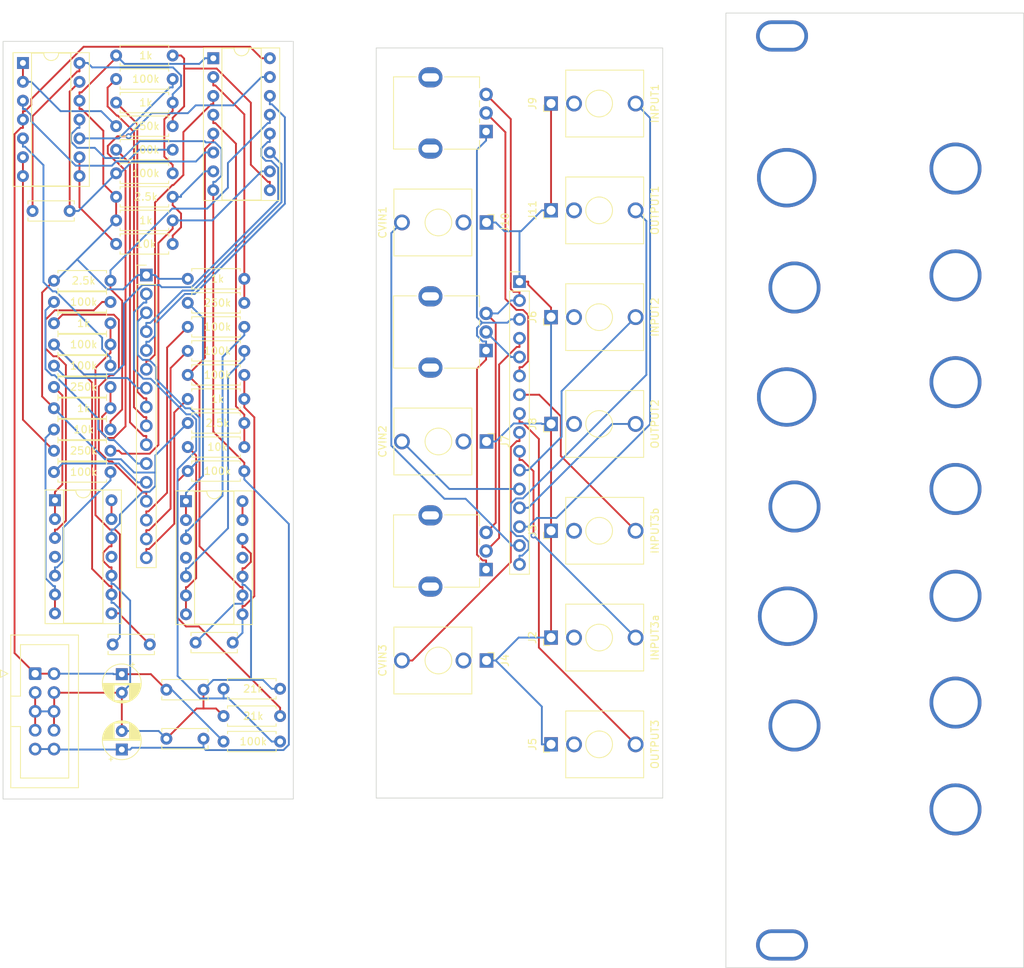
<source format=kicad_pcb>
(kicad_pcb (version 20211014) (generator pcbnew)
  (layers (0 "F.Cu" signal) (31 "B.Cu" signal) (34 "B.Paste" user) (35 "F.Paste" user) (36 "B.SilkS" user "B.Silkscreen") (37 "F.SilkS" user "F.Silkscreen") (38 "B.Mask" user) (39 "F.Mask" user) (44 "Edge.Cuts" user))
  (net 0 "")
  (net 1 "+12V")
  (net 2 "GND")
  (net 3 "-12V")
  (net 4 "Iout3")
  (net 5 "Net-(C5-Pad2)")
  (net 6 "Iout2")
  (net 7 "Net-(C6-Pad2)")
  (net 8 "Iout1")
  (net 9 "Net-(C7-Pad2)")
  (net 10 "PosRef")
  (net 11 "NegRef")
  (net 12 "Net-(R5-Pad2)")
  (net 13 "INPUT3a")
  (net 14 "Net-(R6-Pad2)")
  (net 15 "INPUT3b")
  (net 16 "Net-(R7-Pad2)")
  (net 17 "CVIN3")
  (net 18 "in3a")
  (net 19 "Net-(R9-Pad1)")
  (net 20 "in3b")
  (net 21 "Net-(R10-Pad1)")
  (net 22 "VCntrl3")
  (net 23 "Net-(R11-Pad1)")
  (net 24 "OUTPUT3")
  (net 25 "Net-(R16-Pad2)")
  (net 26 "INPUT2")
  (net 27 "Net-(R17-Pad2)")
  (net 28 "CVIN2")
  (net 29 "in2")
  (net 30 "Net-(R19-Pad1)")
  (net 31 "VCntrl2")
  (net 32 "Net-(R20-Pad1)")
  (net 33 "OUTPUT2")
  (net 34 "Net-(R24-Pad2)")
  (net 35 "INPUT1")
  (net 36 "Net-(R25-Pad2)")
  (net 37 "in1")
  (net 38 "Net-(R27-Pad1)")
  (net 39 "VCntrl1")
  (net 40 "Net-(R28-Pad1)")
  (net 41 "OUTPUT1")
  (net 42 "to_CVMix1")
  (net 43 "to_CVMix2")
  (net 44 "to_CVMix3")
  (net 45 "Net-(U3-Pad13)")
  (net 46 "Net-(U4-Pad13)")
  (net 47 "CVIN1")
  (net 48 "GND1")
  (net 49 "PosReft")
  (net 50 "NegReft")
  (net 51 "to_CVMix3t")
  (net 52 "to_CVMix2t")
  (net 53 "to_CVMix1t")
  (net 54 "INPUT3bt")
  (net 55 "OUTPUT3t")
  (net 56 "CVIN3t")
  (net 57 "INPUT3at")
  (net 58 "INPUT2t")
  (net 59 "CVIN2t")
  (net 60 "OUTPUT2t")
  (net 61 "INPUT1t")
  (net 62 "CVIN1t")
  (net 63 "OUTPUT1t")
  (footprint "Capacitor_THT:CP_Radial_D5.0mm_P2.50mm" (layer "F.Cu") (at 66.675 109.2849 -90)
    (fp_text reference "C1" hide)
    (fp_text value "10u")
  )
  (footprint "benjiaomodular:Resistor_L6.3mm_D2.5mm_P7.62mm_Horizontal" (layer "F.Cu") (at 80.391 111.252)
    (fp_text reference "R3" hide)
    (fp_text value "21k")
  )
  (footprint "benjiaomodular:Resistor_L6.3mm_D2.5mm_P7.62mm_Horizontal" (layer "F.Cu") (at 75.565 65.7225)
    (fp_text reference "R25" hide)
    (fp_text value "100k")
  )
  (footprint "benjiaomodular:Potentiometer_RV09" (layer "F.Cu") (at 115.769 95.1846 180)
    (fp_text reference "RV3" hide)
    (fp_text value "100k")
  )
  (footprint "benjiaomodular:AudioJack_3.5mm" (layer "F.Cu") (at 124.522 75.565 90)
    (fp_text reference "J8")
    (fp_text value "OUTPUT2")
  )
  (footprint "benjiaomodular:Resistor_L6.3mm_D2.5mm_P7.62mm_Horizontal" (layer "F.Cu") (at 75.565 56.007)
    (fp_text reference "R30" hide)
    (fp_text value "1k")
  )
  (footprint "benjiaomodular:PanelHole_AudioJack_3.5mm" (layer "F.Cu") (at 172.528 55.5413 90)
    (fp_text reference "-")
    (fp_text value "PanelHole_AudioJack_3.5mm")
  )
  (footprint "benjiaomodular:PanelHole_AudioJack_3.5mm" (layer "F.Cu") (at 172.528 69.9347 90)
    (fp_text reference "-")
    (fp_text value "PanelHole_AudioJack_3.5mm")
  )
  (footprint "benjiaomodular:Resistor_L6.3mm_D2.5mm_P7.62mm_Horizontal" (layer "F.Cu") (at 57.531 79.1774)
    (fp_text reference "R10" hide)
    (fp_text value "250k")
  )
  (footprint "benjiaomodular:Resistor_L6.3mm_D2.5mm_P7.62mm_Horizontal" (layer "F.Cu") (at 75.565 81.915)
    (fp_text reference "R2" hide)
    (fp_text value "100k")
  )
  (footprint "benjiaomodular:Resistor_L6.3mm_D2.5mm_P7.62mm_Horizontal" (layer "F.Cu") (at 75.565 62.484)
    (fp_text reference "R24" hide)
    (fp_text value "100k")
  )
  (footprint "benjiaomodular:Resistor_L6.3mm_D2.5mm_P7.62mm_Horizontal" (layer "F.Cu") (at 65.913 29.083)
    (fp_text reference "R7" hide)
    (fp_text value "100k")
  )
  (footprint "benjiaomodular:PanelHole_Potentiometer_RV09" (layer "F.Cu") (at 163.782 44.878 180)
    (fp_text reference "REF**" hide)
    (fp_text value "PanelHole_Potentiometer_RV09" hide)
  )
  (footprint "benjiaomodular:AudioJack_3.5mm" (layer "F.Cu") (at 124.522 104.3517 90)
    (fp_text reference "J2")
    (fp_text value "INPUT3a")
  )
  (footprint "benjiaomodular:AudioJack_3.5mm" (layer "F.Cu") (at 115.824 48.4124 -90)
    (fp_text reference "J10")
    (fp_text value "CVIN1")
  )
  (footprint "Capacitor_THT:C_Disc_D6.0mm_W2.5mm_P5.00mm" (layer "F.Cu") (at 72.684 111.379)
    (fp_text reference "C3" hide)
    (fp_text value "100n")
  )
  (footprint "benjiaomodular:AudioJack_3.5mm" (layer "F.Cu") (at 124.522 46.7783 90)
    (fp_text reference "J11")
    (fp_text value "OUTPUT1")
  )
  (footprint "benjiaomodular:Resistor_L6.3mm_D2.5mm_P7.62mm_Horizontal" (layer "F.Cu") (at 65.913 38.608)
    (fp_text reference "R5" hide)
    (fp_text value "100k")
  )
  (footprint "benjiaomodular:Resistor_L6.3mm_D2.5mm_P7.62mm_Horizontal" (layer "F.Cu") (at 57.531 61.9901)
    (fp_text reference "R21" hide)
    (fp_text value "1k")
  )
  (footprint "benjiaomodular:Resistor_L6.3mm_D2.5mm_P7.62mm_Horizontal" (layer "F.Cu") (at 57.531 64.8547)
    (fp_text reference "R18" hide)
    (fp_text value "100k")
  )
  (footprint "benjiaomodular:Resistor_L6.3mm_D2.5mm_P7.62mm_Horizontal" (layer "F.Cu") (at 75.565 75.438)
    (fp_text reference "R31" hide)
    (fp_text value "2.5k")
  )
  (footprint "benjiaomodular:PanelHole_AudioJack_3.5mm" (layer "F.Cu") (at 172.528 127.508 90)
    (fp_text reference "-")
    (fp_text value "PanelHole_AudioJack_3.5mm")
  )
  (footprint "benjiaomodular:Resistor_L6.3mm_D2.5mm_P7.62mm_Horizontal" (layer "F.Cu") (at 80.391 114.935)
    (fp_text reference "R4" hide)
    (fp_text value "21k")
  )
  (footprint "Connector_IDC:IDC-Header_2x05_P2.54mm_Vertical" (layer "F.Cu") (at 55.0005 109.22)
    (fp_text reference "J1" hide)
    (fp_text value "Conn_02x05_Counter_Clockwise" hide)
  )
  (footprint "Package_DIP:DIP-14_W7.62mm_Socket" (layer "F.Cu") (at 53.35 26.919)
    (fp_text reference "U2" hide)
    (fp_text value "TL074")
  )
  (footprint "benjiaomodular:Resistor_L6.3mm_D2.5mm_P7.62mm_Horizontal" (layer "F.Cu") (at 65.913 44.958)
    (fp_text reference "R15" hide)
    (fp_text value "2.5k")
  )
  (footprint "benjiaomodular:Resistor_L6.3mm_D2.5mm_P7.62mm_Horizontal" (layer "F.Cu") (at 57.531 67.7192)
    (fp_text reference "R6" hide)
    (fp_text value "100k")
  )
  (footprint "benjiaomodular:AudioJack_3.5mm" (layer "F.Cu") (at 124.522 32.385 90)
    (fp_text reference "J9")
    (fp_text value "INPUT1")
  )
  (footprint "benjiaomodular:AudioJack_3.5mm" (layer "F.Cu") (at 124.522 89.9583 90)
    (fp_text reference "J3")
    (fp_text value "INPUT3b")
  )
  (footprint "benjiaomodular:Resistor_L6.3mm_D2.5mm_P7.62mm_Horizontal" (layer "F.Cu") (at 57.531 70.5838)
    (fp_text reference "R19" hide)
    (fp_text value "250k")
  )
  (footprint "benjiaomodular:PanelHole_AudioJack_3.5mm" (layer "F.Cu") (at 172.528 84.328 90)
    (fp_text reference "-")
    (fp_text value "PanelHole_AudioJack_3.5mm")
  )
  (footprint "benjiaomodular:PanelHole_Potentiometer_RV09" (layer "F.Cu") (at 163.902 103.973 180)
    (fp_text reference "REF**" hide)
    (fp_text value "PanelHole_Potentiometer_RV09" hide)
  )
  (footprint "benjiaomodular:AudioJack_3.5mm" (layer "F.Cu") (at 115.824 77.9272 -90)
    (fp_text reference "J7")
    (fp_text value "CVIN2")
  )
  (footprint "Capacitor_THT:C_Disc_D6.0mm_W2.5mm_P5.00mm" (layer "F.Cu") (at 59.65 46.863 180)
    (fp_text reference "C5" hide)
    (fp_text value "33pf")
  )
  (footprint "Capacitor_THT:C_Disc_D6.0mm_W2.5mm_P5.00mm" (layer "F.Cu") (at 72.684 117.983)
    (fp_text reference "C4" hide)
    (fp_text value "100n")
  )
  (footprint "benjiaomodular:Resistor_L6.3mm_D2.5mm_P7.62mm_Horizontal" (layer "F.Cu") (at 65.913 35.433)
    (fp_text reference "R9" hide)
    (fp_text value "250k")
  )
  (footprint "Capacitor_THT:CP_Radial_D5.0mm_P2.50mm" (layer "F.Cu") (at 66.675 119.4421 90)
    (fp_text reference "C2" hide)
    (fp_text value "10u")
  )
  (footprint "benjiaomodular:Resistor_L6.3mm_D2.5mm_P7.62mm_Horizontal" (layer "F.Cu") (at 75.565 59.2455)
    (fp_text reference "R27" hide)
    (fp_text value "250k")
  )
  (footprint "benjiaomodular:AudioJack_3.5mm" (layer "F.Cu") (at 124.522 61.1717 90)
    (fp_text reference "J6")
    (fp_text value "INPUT2")
  )
  (footprint "benjiaomodular:Resistor_L6.3mm_D2.5mm_P7.62mm_Horizontal" (layer "F.Cu") (at 57.531 82.042)
    (fp_text reference "R17" hide)
    (fp_text value "100k")
  )
  (footprint "benjiaomodular:Resistor_L6.3mm_D2.5mm_P7.62mm_Horizontal" (layer "F.Cu") (at 75.565 78.6765)
    (fp_text reference "R28" hide)
    (fp_text value "10k")
  )
  (footprint "Package_DIP:DIP-14_W7.62mm_Socket" (layer "F.Cu") (at 57.668 85.847)
    (fp_text reference "U3" hide)
    (fp_text value "TL074")
  )
  (footprint "Capacitor_THT:C_Disc_D6.0mm_W2.5mm_P5.00mm" (layer "F.Cu") (at 65.445 105.283)
    (fp_text reference "C6" hide)
    (fp_text value "33pf")
  )
  (footprint "benjiaomodular:Resistor_L6.3mm_D2.5mm_P7.62mm_Horizontal" (layer "F.Cu") (at 57.531 76.3129)
    (fp_text reference "R20" hide)
    (fp_text value "10k")
  )
  (footprint "benjiaomodular:AudioJack_3.5mm" (layer "F.Cu") (at 115.824 107.442 -90)
    (fp_text reference "J4")
    (fp_text value "CVIN3")
  )
  (footprint "benjiaomodular:Resistor_L6.3mm_D2.5mm_P7.62mm_Horizontal" (layer "F.Cu") (at 75.565 68.961)
    (fp_text reference "R26" hide)
    (fp_text value "100k")
  )
  (footprint "benjiaomodular:AudioJack_3.5mm" (layer "F.Cu") (at 124.522 118.745 90)
    (fp_text reference "J5")
    (fp_text value "OUTPUT3")
  )
  (footprint "benjiaomodular:Resistor_L6.3mm_D2.5mm_P7.62mm_Horizontal" (layer "F.Cu") (at 65.913 32.258)
    (fp_text reference "R12" hide)
    (fp_text value "1k")
  )
  (footprint "benjiaomodular:Resistor_L6.3mm_D2.5mm_P7.62mm_Horizontal" (layer "F.Cu") (at 65.913 48.133)
    (fp_text reference "R14" hide)
    (fp_text value "1k")
  )
  (footprint "benjiaomodular:Potentiometer_RV09" (layer "F.Cu") (at 115.769 65.6698 180)
    (fp_text reference "RV2" hide)
    (fp_text value "100k")
  )
  (footprint "Connector_PinHeader_2.54mm:PinHeader_1x16_P2.54mm_Vertical" (layer "F.Cu") (at 120.269 56.388)
    (fp_text reference "J13" hide)
    (fp_text value "Conn_01x14_Male")
  )
  (footprint "benjiaomodular:PanelHole_Potentiometer_RV09" (layer "F.Cu") (at 163.775 74.4328 180)
    (fp_text reference "REF**" hide)
    (fp_text value "PanelHole_Potentiometer_RV09" hide)
  )
  (footprint "Package_DIP:DIP-16_W7.62mm_Socket" (layer "F.Cu") (at 79.004 26.279)
    (fp_text reference "U1" hide)
    (fp_text value "AS3363")
  )
  (footprint "benjiaomodular:PanelHole_AudioJack_3.5mm" (layer "F.Cu") (at 172.528 98.7213 90)
    (fp_text reference "-")
    (fp_text value "PanelHole_AudioJack_3.5mm")
  )
  (footprint "benjiaomodular:Panel_8HP" (layer "F.Cu") (at 148.154 20.28)
    (fp_text reference "REF**")
    (fp_text value "Panel_8HP")
  )
  (footprint "benjiaomodular:Resistor_L6.3mm_D2.5mm_P7.62mm_Horizontal" (layer "F.Cu") (at 65.913 41.783)
    (fp_text reference "R8" hide)
    (fp_text value "100k")
  )
  (footprint "Connector_PinHeader_2.54mm:PinHeader_1x16_P2.54mm_Vertical" (layer "F.Cu") (at 69.977 55.499)
    (fp_text reference "J12" hide)
    (fp_text value "Conn_01x14_Female")
  )
  (footprint "benjiaomodular:PanelHole_AudioJack_3.5mm" (layer "F.Cu") (at 163.83 57.1754 -90)
    (fp_text reference "-")
    (fp_text value "PanelHole_AudioJack_3.5mm")
  )
  (footprint "benjiaomodular:Potentiometer_RV09" (layer "F.Cu") (at 115.769 36.155 180)
    (fp_text reference "RV1" hide)
    (fp_text value "100k")
  )
  (footprint "benjiaomodular:Resistor_L6.3mm_D2.5mm_P7.62mm_Horizontal" (layer "F.Cu") (at 57.531 73.4483)
    (fp_text reference "R22" hide)
    (fp_text value "1k")
  )
  (footprint "benjiaomodular:PanelHole_AudioJack_3.5mm" (layer "F.Cu") (at 163.83 86.6902 -90)
    (fp_text reference "-")
    (fp_text value "PanelHole_AudioJack_3.5mm")
  )
  (footprint "Capacitor_THT:C_Disc_D6.0mm_W2.5mm_P5.00mm" (layer "F.Cu") (at 76.621 105.029)
    (fp_text reference "C7" hide)
    (fp_text value "33pf")
  )
  (footprint "benjiaomodular:Resistor_L6.3mm_D2.5mm_P7.62mm_Horizontal" (layer "F.Cu") (at 75.565 72.1995)
    (fp_text reference "R29" hide)
    (fp_text value "1k")
  )
  (footprint "benjiaomodular:PanelHole_AudioJack_3.5mm" (layer "F.Cu") (at 172.528 41.148 90)
    (fp_text reference "-")
    (fp_text value "PanelHole_AudioJack_3.5mm")
  )
  (footprint "benjiaomodular:Resistor_L6.3mm_D2.5mm_P7.62mm_Horizontal" (layer "F.Cu") (at 80.391 118.364)
    (fp_text reference "R1" hide)
    (fp_text value "100k")
  )
  (footprint "benjiaomodular:Resistor_L6.3mm_D2.5mm_P7.62mm_Horizontal" (layer "F.Cu") (at 57.531 59.1256)
    (fp_text reference "R16" hide)
    (fp_text value "100k")
  )
  (footprint "benjiaomodular:Resistor_L6.3mm_D2.5mm_P7.62mm_Horizontal" (layer "F.Cu") (at 65.913 51.308)
    (fp_text reference "R11" hide)
    (fp_text value "10k")
  )
  (footprint "benjiaomodular:PanelHole_AudioJack_3.5mm" (layer "F.Cu") (at 163.83 116.205 -90)
    (fp_text reference "-")
    (fp_text value "PanelHole_AudioJack_3.5mm")
  )
  (footprint "benjiaomodular:Resistor_L6.3mm_D2.5mm_P7.62mm_Horizontal" (layer "F.Cu") (at 57.531 56.261)
    (fp_text reference "R23" hide)
    (fp_text value "2.5k")
  )
  (footprint "Package_DIP:DIP-14_W7.62mm_Socket" (layer "F.Cu") (at 75.321 85.974)
    (fp_text reference "U4" hide)
    (fp_text value "TL074")
  )
  (footprint "benjiaomodular:Resistor_L6.3mm_D2.5mm_P7.62mm_Horizontal" (layer "F.Cu") (at 65.913 25.908)
    (fp_text reference "R13" hide)
    (fp_text value "1k")
  )
  (footprint "benjiaomodular:PanelHole_AudioJack_3.5mm" (layer "F.Cu") (at 172.528 113.1147 90)
    (fp_text reference "-")
    (fp_text value "PanelHole_AudioJack_3.5mm")
  )
  (gr_rect (start 100.965 24.892) (end 139.573 125.984) (layer "Edge.Cuts") (width 0.1) (fill none))
  (gr_rect (start 148.082 20.193) (end 188.214 148.844) (layer "Edge.Cuts") (width 0.1) (fill none))
  (gr_rect (start 50.673 24.003) (end 89.789 126.111) (layer "Edge.Cuts") (width 0.1) (fill none))
  (segment (start 53.35 34.539) (end 53.35 33.4137) (width 0.25) (layer "F.Cu") (net 1))
  (segment (start 55.0005 109.22) (end 57.5405 109.22) (width 0.25) (layer "F.Cu") (net 1))
  (segment (start 54.4753 31.7847) (end 54.4753 32.5698) (width 0.25) (layer "F.Cu") (net 1))
  (segment (start 86.624 26.279) (end 85.4987 26.279) (width 0.25) (layer "F.Cu") (net 1))
  (segment (start 52.2219 106.4414) (end 55.0005 109.22) (width 0.25) (layer "F.Cu") (net 1))
  (segment (start 53.35 35.6643) (end 53.0687 35.6643) (width 0.25) (layer "F.Cu") (net 1))
  (segment (start 83.9533 24.7336) (end 61.5264 24.7336) (width 0.25) (layer "F.Cu") (net 1))
  (segment (start 53.6314 33.4137) (end 53.35 33.4137) (width 0.25) (layer "F.Cu") (net 1))
  (segment (start 53.0687 35.6643) (end 52.2219 36.5111) (width 0.25) (layer "F.Cu") (net 1))
  (segment (start 54.4753 32.5698) (end 53.6314 33.4137) (width 0.25) (layer "F.Cu") (net 1))
  (segment (start 70.5899 109.2849) (end 72.684 111.379) (width 0.25) (layer "F.Cu") (net 1))
  (segment (start 61.5264 24.7336) (end 54.4753 31.7847) (width 0.25) (layer "F.Cu") (net 1))
  (segment (start 53.35 34.539) (end 53.35 35.6643) (width 0.25) (layer "F.Cu") (net 1))
  (segment (start 66.675 109.2849) (end 70.5899 109.2849) (width 0.25) (layer "F.Cu") (net 1))
  (segment (start 85.4987 26.279) (end 83.9533 24.7336) (width 0.25) (layer "F.Cu") (net 1))
  (segment (start 52.2219 36.5111) (end 52.2219 106.4414) (width 0.25) (layer "F.Cu") (net 1))
  (segment (start 73.406 111.379) (end 72.684 111.379) (width 0.25) (layer "B.Cu") (net 1))
  (segment (start 80.391 118.364) (end 73.406 111.379) (width 0.25) (layer "B.Cu") (net 1))
  (segment (start 57.5405 109.22) (end 65.4848 109.22) (width 0.25) (layer "B.Cu") (net 1))
  (segment (start 65.4848 109.22) (end 65.5497 109.2849) (width 0.25) (layer "B.Cu") (net 1))
  (segment (start 66.675 109.2849) (end 65.5497 109.2849) (width 0.25) (layer "B.Cu") (net 1))
  (segment (start 61.2513 30.8737) (end 60.97 30.8737) (width 0.25) (layer "F.Cu") (net 2))
  (segment (start 55.9394 71.8567) (end 57.531 73.4483) (width 0.25) (layer "F.Cu") (net 2))
  (segment (start 82.941 96.134) (end 82.941 95.0087) (width 0.25) (layer "F.Cu") (net 2))
  (segment (start 65.913 26.212) (end 61.2513 30.8737) (width 0.25) (layer "F.Cu") (net 2))
  (segment (start 60.97 31.999) (end 60.97 33.1243) (width 0.25) (layer "F.Cu") (net 2))
  (segment (start 57.5405 116.84) (end 57.5405 114.3) (width 0.25) (layer "F.Cu") (net 2))
  (segment (start 64.1847 43.2297) (end 64.1847 36.0576) (width 0.25) (layer "F.Cu") (net 2))
  (segment (start 77.684 113.9147) (end 77.684 111.379) (width 0.25) (layer "F.Cu") (net 2))
  (segment (start 57.5654 114.2751) (end 57.5654 111.7849) (width 0.25) (layer "F.Cu") (net 2))
  (segment (start 65.913 44.958) (end 64.1847 43.2297) (width 0.25) (layer "F.Cu") (net 2))
  (segment (start 77.684 113.9147) (end 79.3707 113.9147) (width 0.25) (layer "F.Cu") (net 2))
  (segment (start 72.684 117.983) (end 76.7523 113.9147) (width 0.25) (layer "F.Cu") (net 2))
  (segment (start 57.531 56.261) (end 55.9394 57.8526) (width 0.25) (layer "F.Cu") (net 2))
  (segment (start 55.9394 57.8526) (end 55.9394 71.8567) (width 0.25) (layer "F.Cu") (net 2))
  (segment (start 64.1627 94.0377) (end 64.1627 92.8962) (width 0.25) (layer "F.Cu") (net 2))
  (segment (start 65.0066 92.0523) (end 65.288 92.0523) (width 0.25) (layer "F.Cu") (net 2))
  (segment (start 55.0005 114.3) (end 55.0005 111.76) (width 0.25) (layer "F.Cu") (net 2))
  (segment (start 82.941 91.054) (end 82.941 92.1793) (width 0.25) (layer "F.Cu") (net 2))
  (segment (start 83.2224 95.0087) (end 82.941 95.0087) (width 0.25) (layer "F.Cu") (net 2))
  (segment (start 57.5654 111.7849) (end 57.5405 111.76) (width 0.25) (layer "F.Cu") (net 2))
  (segment (start 66.675 111.7849) (end 57.5654 111.7849) (width 0.25) (layer "F.Cu") (net 2))
  (segment (start 84.0663 94.1648) (end 83.2224 95.0087) (width 0.25) (layer "F.Cu") (net 2))
  (segment (start 82.941 92.1793) (end 83.2223 92.1793) (width 0.25) (layer "F.Cu") (net 2))
  (segment (start 65.0067 94.8817) (end 64.1627 94.0377) (width 0.25) (layer "F.Cu") (net 2))
  (segment (start 79.3707 113.9147) (end 80.391 114.935) (width 0.25) (layer "F.Cu") (net 2))
  (segment (start 64.1627 92.8962) (end 65.0066 92.0523) (width 0.25) (layer "F.Cu") (net 2))
  (segment (start 65.288 90.927) (end 65.288 92.0523) (width 0.25) (layer "F.Cu") (net 2))
  (segment (start 55.0005 116.84) (end 55.0005 114.3) (width 0.25) (layer "F.Cu") (net 2))
  (segment (start 57.5405 114.3) (end 57.5654 114.2751) (width 0.25) (layer "F.Cu") (net 2))
  (segment (start 65.913 48.133) (end 65.913 44.958) (width 0.25) (layer "F.Cu") (net 2))
  (segment (start 65.288 96.007) (end 65.288 94.8817) (width 0.25) (layer "F.Cu") (net 2))
  (segment (start 65.913 25.908) (end 65.913 26.212) (width 0.25) (layer "F.Cu") (net 2))
  (segment (start 83.2223 92.1793) (end 84.0663 93.0233) (width 0.25) (layer "F.Cu") (net 2))
  (segment (start 65.288 94.8817) (end 65.0067 94.8817) (width 0.25) (layer "F.Cu") (net 2))
  (segment (start 60.97 31.999) (end 60.97 30.8737) (width 0.25) (layer "F.Cu") (net 2))
  (segment (start 66.675 116.9421) (end 66.675 111.7849) (width 0.25) (layer "F.Cu") (net 2))
  (segment (start 64.1847 36.0576) (end 61.2514 33.1243) (width 0.25) (layer "F.Cu") (net 2))
  (segment (start 76.7523 113.9147) (end 77.684 113.9147) (width 0.25) (layer "F.Cu") (net 2))
  (segment (start 84.0663 93.0233) (end 84.0663 94.1648) (width 0.25) (layer "F.Cu") (net 2))
  (segment (start 61.2514 33.1243) (end 60.97 33.1243) (width 0.25) (layer "F.Cu") (net 2))
  (segment (start 64.6967 57.4245) (end 66.8762 57.4245) (width 0.25) (layer "B.Cu") (net 2))
  (segment (start 67.0443 27.0393) (end 65.913 25.908) (width 0.25) (layer "B.Cu") (net 2))
  (segment (start 66.8762 57.4245) (end 68.8017 55.499) (width 0.25) (layer "B.Cu") (net 2))
  (segment (start 71.6603 56.007) (end 71.1523 55.499) (width 0.25) (layer "B.Cu") (net 2))
  (segment (start 67.8026 99.3656) (end 67.8026 110.6573) (width 0.25) (layer "B.Cu") (net 2))
  (segment (start 84.0919 110.0615) (end 79.0015 110.0615) (width 0.25) (layer "B.Cu") (net 2))
  (segment (start 77.8787 26.279) (end 77.1184 27.0393) (width 0.25) (layer "B.Cu") (net 2))
  (segment (start 67.8026 110.6573) (end 66.675 111.7849) (width 0.25) (layer "B.Cu") (net 2))
  (segment (start 79.0015 110.0615) (end 77.684 111.379) (width 0.25) (layer "B.Cu") (net 2))
  (segment (start 71.1988 79.8042) (end 75.565 75.438) (width 0.25) (layer "B.Cu") (net 2))
  (segment (start 65.288 96.007) (end 65.288 97.1323) (width 0.25) (layer "B.Cu") (net 2))
  (segment (start 69.5055 84.709) (end 66.4133 87.8012) (width 0.25) (layer "B.Cu") (net 2))
  (segment (start 77.1184 27.0393) (end 67.0443 27.0393) (width 0.25) (layer "B.Cu") (net 2))
  (segment (start 65.5694 89.8017) (end 65.288 89.8017) (width 0.25) (layer "B.Cu") (net 2))
  (segment (start 75.565 56.007) (end 71.6603 56.007) (width 0.25) (layer "B.Cu") (net 2))
  (segment (start 68.3496 82.1111) (end 71.1988 82.1111) (width 0.25) (layer "B.Cu") (net 2))
  (segment (start 86.8857 111.252) (end 85.6952 110.0615) (width 0.25) (layer "B.Cu") (net 2))
  (segment (start 65.288 97.1323) (end 65.5693 97.1323) (width 0.25) (layer "B.Cu") (net 2))
  (segment (start 71.6431 116.9421) (end 72.684 117.983) (width 0.25) (layer "B.Cu") (net 2))
  (segment (start 66.4133 87.8012) (end 66.4133 88.9578) (width 0.25) (layer "B.Cu") (net 2))
  (segment (start 64.4002 80.3175) (end 66.556 80.3175) (width 0.25) (layer "B.Cu") (net 2))
  (segment (start 60.6591 53.3869) (end 64.6967 57.4245) (width 0.25) (layer "B.Cu") (net 2))
  (segment (start 84.0919 110.0615) (end 84.0919 98.1289) (width 0.25) (layer "B.Cu") (net 2))
  (segment (start 65.5693 97.1323) (end 67.8026 99.3656) (width 0.25) (layer "B.Cu") (net 2))
  (segment (start 57.531 73.4483) (end 64.4002 80.3175) (width 0.25) (layer "B.Cu") (net 2))
  (segment (start 66.675 116.9421) (end 71.6431 116.9421) (width 0.25) (layer "B.Cu") (net 2))
  (segment (start 69.977 55.499) (end 71.1523 55.499) (width 0.25) (layer "B.Cu") (net 2))
  (segment (start 69.977 55.499) (end 68.8017 55.499) (width 0.25) (layer "B.Cu") (net 2))
  (segment (start 66.556 80.3175) (end 68.3496 82.1111) (width 0.25) (layer "B.Cu") (net 2))
  (segment (start 71.1988 83.9206) (end 70.4104 84.709) (width 0.25) (layer "B.Cu") (net 2))
  (segment (start 79.004 26.279) (end 77.8787 26.279) (width 0.25) (layer "B.Cu") (net 2))
  (segment (start 71.1988 82.1111) (end 71.1988 79.8042) (width 0.25) (layer "B.Cu") (net 2))
  (segment (start 83.2223 97.2593) (end 82.941 97.2593) (width 0.25) (layer "B.Cu") (net 2))
  (segment (start 65.288 90.927) (end 65.288 89.8017) (width 0.25) (layer "B.Cu") (net 2))
  (segment (start 60.6591 53.3869) (end 57.785 56.261) (width 0.25) (layer "B.Cu") (net 2))
  (segment (start 57.785 56.261) (end 57.531 56.261) (width 0.25) (layer "B.Cu") (net 2))
  (segment (start 57.5405 114.3) (end 55.0005 114.3) (width 0.25) (layer "B.Cu") (net 2))
  (segment (start 84.0919 98.1289) (end 83.2223 97.2593) (width 0.25) (layer "B.Cu") (net 2))
  (segment (start 88.011 111.252) (end 86.8857 111.252) (width 0.25) (layer "B.Cu") (net 2))
  (segment (start 70.4104 84.709) (end 69.5055 84.709) (width 0.25) (layer "B.Cu") (net 2))
  (segment (start 65.913 48.133) (end 60.6591 53.3869) (width 0.25) (layer "B.Cu") (net 2))
  (segment (start 85.6952 110.0615) (end 84.0919 110.0615) (width 0.25) (layer "B.Cu") (net 2))
  (segment (start 82.941 96.134) (end 82.941 97.2593) (width 0.25) (layer "B.Cu") (net 2))
  (segment (start 66.4133 88.9578) (end 65.5694 89.8017) (width 0.25) (layer "B.Cu") (net 2))
  (segment (start 71.1988 82.1111) (end 71.1988 83.9206) (width 0.25) (layer "B.Cu") (net 2))
  (segment (start 79.004 44.059) (end 79.004 76.6087) (width 0.25) (layer "F.Cu") (net 3))
  (segment (start 79.004 76.6087) (end 83.185 80.7897) (width 0.25) (layer "F.Cu") (net 3))
  (segment (start 83.185 81.915) (end 83.185 80.7897) (width 0.25) (layer "F.Cu") (net 3))
  (segment (start 77.684 119.1997) (end 68.0427 119.1997) (width 0.25) (layer "B.Cu") (net 3))
  (segment (start 60.6886 35.6643) (end 60.97 35.6643) (width 0.25) (layer "B.Cu") (net 3))
  (segment (start 55.0005 119.38) (end 57.5405 119.38) (width 0.25) (layer "B.Cu") (net 3))
  (segment (start 80.1294 42.0896) (end 80.1294 38.5085) (width 0.25) (layer "B.Cu") (net 3))
  (segment (start 64.4176 39.7333) (end 63.0333 38.349) (width 0.25) (layer "B.Cu") (net 3))
  (segment (start 89.1846 118.7921) (end 88.4604 119.5163) (width 0.25) (layer "B.Cu") (net 3))
  (segment (start 66.675 119.4421) (end 57.6026 119.4421) (width 0.25) (layer "B.Cu") (net 3))
  (segment (start 57.6026 119.4421) (end 57.5405 119.38) (width 0.25) (layer "B.Cu") (net 3))
  (segment (start 89.1846 89.0399) (end 89.1846 118.7921) (width 0.25) (layer "B.Cu") (net 3))
  (segment (start 66.675 119.4421) (end 67.8003 119.4421) (width 0.25) (layer "B.Cu") (net 3))
  (segment (start 77.8399 37.4599) (end 69.0897 37.4599) (width 0.25) (layer "B.Cu") (net 3))
  (segment (start 79.2366 37.6157) (end 77.9957 37.6157) (width 0.25) (layer "B.Cu") (net 3))
  (segment (start 68.0427 119.1997) (end 67.8003 119.4421) (width 0.25) (layer "B.Cu") (net 3))
  (segment (start 79.2853 42.9337) (end 80.1294 42.0896) (width 0.25) (layer "B.Cu") (net 3))
  (segment (start 77.9957 37.6157) (end 77.8399 37.4599) (width 0.25) (layer "B.Cu") (net 3))
  (segment (start 63.0333 38.349) (end 60.6422 38.349) (width 0.25) (layer "B.Cu") (net 3))
  (segment (start 77.684 119.1997) (end 77.684 117.983) (width 0.25) (layer "B.Cu") (net 3))
  (segment (start 69.0897 37.4599) (end 66.8163 39.7333) (width 0.25) (layer "B.Cu") (net 3))
  (segment (start 60.6422 38.349) (end 59.8447 37.5515) (width 0.25) (layer "B.Cu") (net 3))
  (segment (start 59.8447 37.5515) (end 59.8447 36.5082) (width 0.25) (layer "B.Cu") (net 3))
  (segment (start 78.0006 119.5163) (end 77.684 119.1997) (width 0.25) (layer "B.Cu") (net 3))
  (segment (start 88.4604 119.5163) (end 78.0006 119.5163) (width 0.25) (layer "B.Cu") (net 3))
  (segment (start 83.185 83.0403) (end 89.1846 89.0399) (width 0.25) (layer "B.Cu") (net 3))
  (segment (start 80.1294 38.5085) (end 79.2366 37.6157) (width 0.25) (layer "B.Cu") (net 3))
  (segment (start 59.8447 36.5082) (end 60.6886 35.6643) (width 0.25) (layer "B.Cu") (net 3))
  (segment (start 66.8163 39.7333) (end 64.4176 39.7333) (width 0.25) (layer "B.Cu") (net 3))
  (segment (start 79.004 44.059) (end 79.004 42.9337) (width 0.25) (layer "B.Cu") (net 3))
  (segment (start 83.185 81.915) (end 83.185 83.0403) (width 0.25) (layer "B.Cu") (net 3))
  (segment (start 60.97 34.539) (end 60.97 35.6643) (width 0.25) (layer "B.Cu") (net 3))
  (segment (start 79.004 42.9337) (end 79.2853 42.9337) (width 0.25) (layer "B.Cu") (net 3))
  (segment (start 59.65 30.779) (end 59.65 46.863) (width 0.25) (layer "F.Cu") (net 4))
  (segment (start 60.97 29.459) (end 59.65 30.779) (width 0.25) (layer "F.Cu") (net 4))
  (segment (start 79.004 38.979) (end 77.8787 38.979) (width 0.25) (layer "B.Cu") (net 4))
  (segment (start 66.4774 41.783) (end 68.0649 40.1955) (width 0.25) (layer "B.Cu") (net 4))
  (segment (start 60.833 46.863) (end 59.65 46.863) (width 0.25) (layer "B.Cu") (net 4))
  (segment (start 76.6622 40.1955) (end 77.8787 38.979) (width 0.25) (layer "B.Cu") (net 4))
  (segment (start 65.913 41.783) (end 66.4774 41.783) (width 0.25) (layer "B.Cu") (net 4))
  (segment (start 68.0649 40.1955) (end 76.6622 40.1955) (width 0.25) (layer "B.Cu") (net 4))
  (segment (start 65.913 41.783) (end 60.833 46.863) (width 0.25) (layer "B.Cu") (net 4))
  (segment (start 72.4077 34.5086) (end 72.4077 39.5324) (width 0.25) (layer "F.Cu") (net 5))
  (segment (start 60.6887 28.0443) (end 60.97 28.0443) (width 0.25) (layer "F.Cu") (net 5))
  (segment (start 54.65 46.863) (end 54.65 34.083) (width 0.25) (layer "F.Cu") (net 5))
  (segment (start 72.4077 39.5324) (end 73.533 40.6577) (width 0.25) (layer "F.Cu") (net 5))
  (segment (start 73.533 33.3833) (end 72.4077 34.5086) (width 0.25) (layer "F.Cu") (net 5))
  (segment (start 73.533 41.783) (end 73.533 40.6577) (width 0.25) (layer "F.Cu") (net 5))
  (segment (start 54.65 34.083) (end 60.6887 28.0443) (width 0.25) (layer "F.Cu") (net 5))
  (segment (start 73.533 32.258) (end 73.533 33.3833) (width 0.25) (layer "F.Cu") (net 5))
  (segment (start 60.97 26.919) (end 60.97 28.0443) (width 0.25) (layer "F.Cu") (net 5))
  (segment (start 60.97 26.919) (end 62.0953 26.919) (width 0.25) (layer "B.Cu") (net 5))
  (segment (start 62.689 27.5127) (end 73.5661 27.5127) (width 0.25) (layer "B.Cu") (net 5))
  (segment (start 74.6583 28.6049) (end 74.6583 30.0074) (width 0.25) (layer "B.Cu") (net 5))
  (segment (start 73.5661 27.5127) (end 74.6583 28.6049) (width 0.25) (layer "B.Cu") (net 5))
  (segment (start 73.533 32.258) (end 73.533 31.1327) (width 0.25) (layer "B.Cu") (net 5))
  (segment (start 74.6583 30.0074) (end 73.533 31.1327) (width 0.25) (layer "B.Cu") (net 5))
  (segment (start 62.0953 26.919) (end 62.689 27.5127) (width 0.25) (layer "B.Cu") (net 5))
  (segment (start 65.288 98.547) (end 65.288 97.4217) (width 0.25) (layer "F.Cu") (net 6))
  (segment (start 62.6748 95.0898) (end 65.0067 97.4217) (width 0.25) (layer "F.Cu") (net 6))
  (segment (start 62.6748 69.9985) (end 62.6748 95.0898) (width 0.25) (layer "F.Cu") (net 6))
  (segment (start 57.531 64.8547) (end 62.6748 69.9985) (width 0.25) (layer "F.Cu") (net 6))
  (segment (start 65.0067 97.4217) (end 65.288 97.4217) (width 0.25) (layer "F.Cu") (net 6))
  (segment (start 66.4133 100.5162) (end 65.5694 99.6723) (width 0.25) (layer "B.Cu") (net 6))
  (segment (start 65.445 105.283) (end 66.4133 104.3147) (width 0.25) (layer "B.Cu") (net 6))
  (segment (start 85.466 39.4879) (end 86.0825 40.1044) (width 0.25) (layer "B.Cu") (net 6))
  (segment (start 86.3427 37.5643) (end 85.466 38.441) (width 0.25) (layer "B.Cu") (net 6))
  (segment (start 71.7582 56.8432) (end 69.4514 56.8432) (width 0.25) (layer "B.Cu") (net 6))
  (segment (start 61.5481 68.8718) (end 57.531 64.8547) (width 0.25) (layer "B.Cu") (net 6))
  (segment (start 87.7493 45.468) (end 76.0791 57.1382) (width 0.25) (layer "B.Cu") (net 6))
  (segment (start 85.466 38.441) (end 85.466 39.4879) (width 0.25) (layer "B.Cu") (net 6))
  (segment (start 86.8118 40.1044) (end 87.7493 41.0419) (width 0.25) (layer "B.Cu") (net 6))
  (segment (start 72.0532 57.1382) (end 71.7582 56.8432) (width 0.25) (layer "B.Cu") (net 6))
  (segment (start 86.624 37.5643) (end 86.3427 37.5643) (width 0.25) (layer "B.Cu") (net 6))
  (segment (start 69.4514 56.8432) (end 66.9354 59.3592) (width 0.25) (layer "B.Cu") (net 6))
  (segment (start 66.9354 59.3592) (end 66.9354 67.571) (width 0.25) (layer "B.Cu") (net 6))
  (segment (start 86.0825 40.1044) (end 86.8118 40.1044) (width 0.25) (layer "B.Cu") (net 6))
  (segment (start 65.6346 68.8718) (end 61.5481 68.8718) (width 0.25) (layer "B.Cu") (net 6))
  (segment (start 66.4133 104.3147) (end 66.4133 100.5162) (width 0.25) (layer "B.Cu") (net 6))
  (segment (start 66.9354 67.571) (end 65.6346 68.8718) (width 0.25) (layer "B.Cu") (net 6))
  (segment (start 65.288 98.547) (end 65.288 99.6723) (width 0.25) (layer "B.Cu") (net 6))
  (segment (start 86.624 36.439) (end 86.624 37.5643) (width 0.25) (layer "B.Cu") (net 6))
  (segment (start 65.5694 99.6723) (end 65.288 99.6723) (width 0.25) (layer "B.Cu") (net 6))
  (segment (start 76.0791 57.1382) (end 72.0532 57.1382) (width 0.25) (layer "B.Cu") (net 6))
  (segment (start 87.7493 41.0419) (end 87.7493 45.468) (width 0.25) (layer "B.Cu") (net 6))
  (segment (start 65.0634 89.7901) (end 65.7645 89.7901) (width 0.25) (layer "F.Cu") (net 7))
  (segment (start 65.7645 89.7901) (end 66.4133 90.4389) (width 0.25) (layer "F.Cu") (net 7))
  (segment (start 65.151 65.98) (end 63.1251 68.0059) (width 0.25) (layer "F.Cu") (net 7))
  (segment (start 65.151 61.9901) (end 65.151 64.8547) (width 0.25) (layer "F.Cu") (net 7))
  (segment (start 70.445 105.283) (end 66.4133 101.2513) (width 0.25) (layer "F.Cu") (net 7))
  (segment (start 63.1251 68.0059) (end 63.1251 87.8518) (width 0.25) (layer "F.Cu") (net 7))
  (segment (start 65.151 64.8547) (end 65.151 65.98) (width 0.25) (layer "F.Cu") (net 7))
  (segment (start 63.1251 87.8518) (end 65.0634 89.7901) (width 0.25) (layer "F.Cu") (net 7))
  (segment (start 66.4133 90.4389) (end 66.4133 101.087) (width 0.25) (layer "F.Cu") (net 7))
  (segment (start 65.288 101.087) (end 66.4133 101.087) (width 0.25) (layer "F.Cu") (net 7))
  (segment (start 66.4133 101.2513) (end 66.4133 101.087) (width 0.25) (layer "F.Cu") (net 7))
  (segment (start 78.8112 37.5643) (end 79.004 37.5643) (width 0.25) (layer "F.Cu") (net 8))
  (segment (start 77.1466 92.0356) (end 82.6597 97.5487) (width 0.25) (layer "F.Cu") (net 8))
  (segment (start 75.565 68.961) (end 77.1466 70.5426) (width 0.25) (layer "F.Cu") (net 8))
  (segment (start 75.565 68.961) (end 77.8787 66.6473) (width 0.25) (layer "F.Cu") (net 8))
  (segment (start 77.1466 70.5426) (end 77.1466 92.0356) (width 0.25) (layer "F.Cu") (net 8))
  (segment (start 79.004 36.439) (end 79.004 37.5643) (width 0.25) (layer "F.Cu") (net 8))
  (segment (start 82.941 98.674) (end 82.941 97.5487) (width 0.25) (layer "F.Cu") (net 8))
  (segment (start 77.8787 38.4968) (end 78.8112 37.5643) (width 0.25) (layer "F.Cu") (net 8))
  (segment (start 82.6597 97.5487) (end 82.941 97.5487) (width 0.25) (layer "F.Cu") (net 8))
  (segment (start 77.8787 66.6473) (end 77.8787 38.4968) (width 0.25) (layer "F.Cu") (net 8))
  (segment (start 76.621 105.029) (end 81.8507 99.7993) (width 0.25) (layer "B.Cu") (net 8))
  (segment (start 81.8507 99.7993) (end 82.941 99.7993) (width 0.25) (layer "B.Cu") (net 8))
  (segment (start 82.941 98.674) (end 82.941 99.7993) (width 0.25) (layer "B.Cu") (net 8))
  (segment (start 83.2223 100.0887) (end 84.5348 98.7762) (width 0.25) (layer "F.Cu") (net 9))
  (segment (start 83.185 72.1995) (end 83.185 73.3248) (width 0.25) (layer "F.Cu") (net 9))
  (segment (start 82.941 100.0887) (end 83.2223 100.0887) (width 0.25) (layer "F.Cu") (net 9))
  (segment (start 84.5348 74.6746) (end 83.185 73.3248) (width 0.25) (layer "F.Cu") (net 9))
  (segment (start 84.5348 98.7762) (end 84.5348 74.6746) (width 0.25) (layer "F.Cu") (net 9))
  (segment (start 83.185 68.961) (end 83.185 72.1995) (width 0.25) (layer "F.Cu") (net 9))
  (segment (start 82.941 101.214) (end 82.941 100.0887) (width 0.25) (layer "F.Cu") (net 9))
  (segment (start 81.621 105.029) (end 82.941 103.709) (width 0.25) (layer "B.Cu") (net 9))
  (segment (start 82.941 103.709) (end 82.941 101.214) (width 0.25) (layer "B.Cu") (net 9))
  (segment (start 76.7039 74.9718) (end 76.0007 74.2686) (width 0.25) (layer "B.Cu") (net 10))
  (segment (start 81.0781 112.5564) (end 80.391 112.5564) (width 0.25) (layer "B.Cu") (net 10))
  (segment (start 70.5659 69.469) (end 69.569 69.469) (width 0.25) (layer "B.Cu") (net 10))
  (segment (start 74.1956 109.5228) (end 74.1956 81.6627) (width 0.25) (layer "B.Cu") (net 10))
  (segment (start 69.569 69.469) (end 68.3173 68.2173) (width 0.25) (layer "B.Cu") (net 10))
  (segment (start 88.011 118.364) (end 86.8857 118.364) (width 0.25) (layer "B.Cu") (net 10))
  (segment (start 75.3655 74.2686) (end 70.5659 69.469) (width 0.25) (layer "B.Cu") (net 10))
  (segment (start 80.391 112.5564) (end 77.2292 112.5564) (width 0.25) (layer "B.Cu") (net 10))
  (segment (start 77.2292 112.5564) (end 74.1956 109.5228) (width 0.25) (layer "B.Cu") (net 10))
  (segment (start 68.3173 68.2173) (end 68.3173 60.5067) (width 0.25) (layer "B.Cu") (net 10))
  (segment (start 76.7039 79.1544) (end 76.7039 74.9718) (width 0.25) (layer "B.Cu") (net 10))
  (segment (start 80.391 112.5564) (end 80.391 111.252) (width 0.25) (layer "B.Cu") (net 10))
  (segment (start 76.0007 74.2686) (end 75.3655 74.2686) (width 0.25) (layer "B.Cu") (net 10))
  (segment (start 69.977 58.039) (end 69.977 59.2143) (width 0.25) (layer "B.Cu") (net 10))
  (segment (start 68.3173 60.5067) (end 69.6097 59.2143) (width 0.25) (layer "B.Cu") (net 10))
  (segment (start 69.6097 59.2143) (end 69.977 59.2143) (width 0.25) (layer "B.Cu") (net 10))
  (segment (start 86.8857 118.364) (end 81.0781 112.5564) (width 0.25) (layer "B.Cu") (net 10))
  (segment (start 74.1956 81.6627) (end 76.7039 79.1544) (width 0.25) (layer "B.Cu") (net 10))
  (segment (start 75.3391 102.8613) (end 77.0626 102.8613) (width 0.25) (layer "F.Cu") (net 11))
  (segment (start 75.565 81.915) (end 74.1956 83.2844) (width 0.25) (layer "F.Cu") (net 11))
  (segment (start 77.0626 102.8613) (end 88.011 113.8097) (width 0.25) (layer "F.Cu") (net 11))
  (segment (start 88.011 114.935) (end 88.011 113.8097) (width 0.25) (layer "F.Cu") (net 11))
  (segment (start 74.1956 83.2844) (end 74.1956 101.7178) (width 0.25) (layer "F.Cu") (net 11))
  (segment (start 74.1956 101.7178) (end 75.3391 102.8613) (width 0.25) (layer "F.Cu") (net 11))
  (segment (start 75.565 81.915) (end 77.1543 80.3257) (width 0.25) (layer "B.Cu") (net 11))
  (segment (start 71.2859 69.512) (end 71.2859 67.8416) (width 0.25) (layer "B.Cu") (net 11))
  (segment (start 77.1543 80.3257) (end 77.1543 74.7435) (width 0.25) (layer "B.Cu") (net 11))
  (segment (start 75.2296 73.4557) (end 71.2859 69.512) (width 0.25) (layer "B.Cu") (net 11))
  (segment (start 77.1543 74.7435) (end 75.8665 73.4557) (width 0.25) (layer "B.Cu") (net 11))
  (segment (start 70.3733 66.929) (end 69.4892 66.929) (width 0.25) (layer "B.Cu") (net 11))
  (segment (start 75.8665 73.4557) (end 75.2296 73.4557) (width 0.25) (layer "B.Cu") (net 11))
  (segment (start 68.8017 66.2415) (end 68.8017 61.7543) (width 0.25) (layer "B.Cu") (net 11))
  (segment (start 71.2859 67.8416) (end 70.3733 66.929) (width 0.25) (layer "B.Cu") (net 11))
  (segment (start 69.4892 66.929) (end 68.8017 66.2415) (width 0.25) (layer "B.Cu") (net 11))
  (segment (start 68.8017 61.7543) (end 69.977 60.579) (width 0.25) (layer "B.Cu") (net 11))
  (segment (start 53.6314 33.1243) (end 54.4753 33.9682) (width 0.25) (layer "B.Cu") (net 12))
  (segment (start 54.4753 33.9682) (end 54.4753 34.7754) (width 0.25) (layer "B.Cu") (net 12))
  (segment (start 73.533 38.608) (end 72.4077 38.608) (width 0.25) (layer "B.Cu") (net 12))
  (segment (start 65.3282 40.763) (end 65.9076 40.1836) (width 0.25) (layer "B.Cu") (net 12))
  (segment (start 69.0154 38.608) (end 72.4077 38.608) (width 0.25) (layer "B.Cu") (net 12))
  (segment (start 60.4629 40.763) (end 65.3282 40.763) (width 0.25) (layer "B.Cu") (net 12))
  (segment (start 54.4753 34.7754) (end 60.4629 40.763) (width 0.25) (layer "B.Cu") (net 12))
  (segment (start 53.35 31.999) (end 53.35 33.1243) (width 0.25) (layer "B.Cu") (net 12))
  (segment (start 67.4398 40.1836) (end 69.0154 38.608) (width 0.25) (layer "B.Cu") (net 12))
  (segment (start 53.35 33.1243) (end 53.6314 33.1243) (width 0.25) (layer "B.Cu") (net 12))
  (segment (start 65.9076 40.1836) (end 67.4398 40.1836) (width 0.25) (layer "B.Cu") (net 12))
  (segment (start 67.7756 75.3496) (end 69.6097 77.1837) (width 0.25) (layer "F.Cu") (net 13))
  (segment (start 69.977 78.359) (end 69.977 77.1837) (width 0.25) (layer "F.Cu") (net 13))
  (segment (start 65.913 38.608) (end 67.7756 40.4706) (width 0.25) (layer "F.Cu") (net 13))
  (segment (start 67.7756 40.4706) (end 67.7756 75.3496) (width 0.25) (layer "F.Cu") (net 13))
  (segment (start 69.6097 77.1837) (end 69.977 77.1837) (width 0.25) (layer "F.Cu") (net 13))
  (segment (start 56.1177 56.4536) (end 57.3574 57.6933) (width 0.25) (layer "B.Cu") (net 14))
  (segment (start 57.3574 57.6933) (end 57.7633 57.6933) (width 0.25) (layer "B.Cu") (net 14))
  (segment (start 56.1177 40.6907) (end 56.1177 56.4536) (width 0.25) (layer "B.Cu") (net 14))
  (segment (start 64.0257 65.4686) (end 65.151 66.5939) (width 0.25) (layer "B.Cu") (net 14))
  (segment (start 53.35 37.079) (end 53.35 38.2043) (width 0.25) (layer "B.Cu") (net 14))
  (segment (start 53.6313 38.2043) (end 56.1177 40.6907) (width 0.25) (layer "B.Cu") (net 14))
  (segment (start 57.7633 57.6933) (end 64.0257 63.9557) (width 0.25) (layer "B.Cu") (net 14))
  (segment (start 65.151 67.7192) (end 65.151 66.5939) (width 0.25) (layer "B.Cu") (net 14))
  (segment (start 64.0257 63.9557) (end 64.0257 65.4686) (width 0.25) (layer "B.Cu") (net 14))
  (segment (start 53.35 38.2043) (end 53.6313 38.2043) (width 0.25) (layer "B.Cu") (net 14))
  (segment (start 67.4371 69.3744) (end 68.8017 70.739) (width 0.25) (layer "B.Cu") (net 15))
  (segment (start 59.1862 69.3744) (end 67.4371 69.3744) (width 0.25) (layer "B.Cu") (net 15))
  (segment (start 69.977 70.739) (end 68.8017 70.739) (width 0.25) (layer "B.Cu") (net 15))
  (segment (start 57.531 67.7192) (end 59.1862 69.3744) (width 0.25) (layer "B.Cu") (net 15))
  (segment (start 73.1527 30.2083) (end 66.282 37.079) (width 0.25) (layer "B.Cu") (net 16))
  (segment (start 73.533 30.2083) (end 73.1527 30.2083) (width 0.25) (layer "B.Cu") (net 16))
  (segment (start 73.533 29.083) (end 73.533 30.2083) (width 0.25) (layer "B.Cu") (net 16))
  (segment (start 66.282 37.079) (end 60.97 37.079) (width 0.25) (layer "B.Cu") (net 16))
  (segment (start 68.3171 36.2031) (end 66.1343 34.0203) (width 0.25) (layer "F.Cu") (net 17))
  (segment (start 68.3171 73.3117) (end 68.3171 36.2031) (width 0.25) (layer "F.Cu") (net 17))
  (segment (start 69.6491 74.6437) (end 68.3171 73.3117) (width 0.25) (layer "F.Cu") (net 17))
  (segment (start 69.977 74.6437) (end 69.6491 74.6437) (width 0.25) (layer "F.Cu") (net 17))
  (segment (start 66.1343 34.0203) (end 66.0052 34.0203) (width 0.25) (layer "F.Cu") (net 17))
  (segment (start 64.7611 32.7762) (end 64.7611 30.2349) (width 0.25) (layer "F.Cu") (net 17))
  (segment (start 64.7611 30.2349) (end 65.913 29.083) (width 0.25) (layer "F.Cu") (net 17))
  (segment (start 69.977 75.819) (end 69.977 74.6437) (width 0.25) (layer "F.Cu") (net 17))
  (segment (start 66.0052 34.0203) (end 64.7611 32.7762) (width 0.25) (layer "F.Cu") (net 17))
  (segment (start 75.0759 32.7648) (end 73.533 34.3077) (width 0.25) (layer "F.Cu") (net 18))
  (segment (start 79.4586 27.6721) (end 84.0651 32.2786) (width 0.25) (layer "F.Cu") (net 18))
  (segment (start 73.533 25.908) (end 74.6583 25.908) (width 0.25) (layer "F.Cu") (net 18))
  (segment (start 86.624 44.059) (end 86.624 42.9337) (width 0.25) (layer "F.Cu") (net 18))
  (segment (start 75.0759 27.6721) (end 79.4586 27.6721) (width 0.25) (layer "F.Cu") (net 18))
  (segment (start 84.0651 32.2786) (end 84.0651 40.6373) (width 0.25) (layer "F.Cu") (net 18))
  (segment (start 73.533 35.433) (end 73.533 34.3077) (width 0.25) (layer "F.Cu") (net 18))
  (segment (start 74.6583 25.908) (end 75.0759 26.3256) (width 0.25) (layer "F.Cu") (net 18))
  (segment (start 86.3615 42.9337) (end 86.624 42.9337) (width 0.25) (layer "F.Cu") (net 18))
  (segment (start 75.0759 26.3256) (end 75.0759 27.6721) (width 0.25) (layer "F.Cu") (net 18))
  (segment (start 84.0651 40.6373) (end 86.3615 42.9337) (width 0.25) (layer "F.Cu") (net 18))
  (segment (start 75.0759 27.6721) (end 75.0759 32.7648) (width 0.25) (layer "F.Cu") (net 18))
  (segment (start 53.35 26.919) (end 53.35 29.459) (width 0.25) (layer "F.Cu") (net 19))
  (segment (start 54.4753 29.459) (end 58.4299 33.4136) (width 0.25) (layer "B.Cu") (net 19))
  (segment (start 53.35 29.459) (end 54.4753 29.459) (width 0.25) (layer "B.Cu") (net 19))
  (segment (start 58.4299 33.4136) (end 63.8936 33.4136) (width 0.25) (layer "B.Cu") (net 19))
  (segment (start 63.8936 33.4136) (end 65.913 35.433) (width 0.25) (layer "B.Cu") (net 19))
  (segment (start 71.6058 51.1855) (end 73.533 49.2583) (width 0.25) (layer "F.Cu") (net 20))
  (segment (start 73.533 48.133) (end 73.533 49.2583) (width 0.25) (layer "F.Cu") (net 20))
  (segment (start 70.427 79.5725) (end 71.6058 78.3937) (width 0.25) (layer "F.Cu") (net 20))
  (segment (start 71.6058 78.3937) (end 71.6058 51.1855) (width 0.25) (layer "F.Cu") (net 20))
  (segment (start 66.2763 79.1774) (end 66.6714 79.5725) (width 0.25) (layer "F.Cu") (net 20))
  (segment (start 65.151 79.1774) (end 66.2763 79.1774) (width 0.25) (layer "F.Cu") (net 20))
  (segment (start 66.6714 79.5725) (end 70.427 79.5725) (width 0.25) (layer "F.Cu") (net 20))
  (segment (start 86.624 41.519) (end 85.4987 41.519) (width 0.25) (layer "B.Cu") (net 20))
  (segment (start 78.8847 48.133) (end 85.4987 41.519) (width 0.25) (layer "B.Cu") (net 20))
  (segment (start 74.6583 48.133) (end 78.8847 48.133) (width 0.25) (layer "B.Cu") (net 20))
  (segment (start 73.533 48.133) (end 74.6583 48.133) (width 0.25) (layer "B.Cu") (net 20))
  (segment (start 53.35 74.9964) (end 57.531 79.1774) (width 0.25) (layer "F.Cu") (net 21))
  (segment (start 53.35 42.159) (end 53.35 74.9964) (width 0.25) (layer "F.Cu") (net 21))
  (segment (start 53.35 39.619) (end 53.35 42.159) (width 0.25) (layer "F.Cu") (net 21))
  (segment (start 73.533 44.958) (end 73.533 46.0833) (width 0.25) (layer "F.Cu") (net 22))
  (segment (start 73.533 51.308) (end 73.533 50.1827) (width 0.25) (layer "F.Cu") (net 22))
  (segment (start 74.6583 49.0574) (end 73.533 50.1827) (width 0.25) (layer "F.Cu") (net 22))
  (segment (start 73.533 46.0833) (end 74.6583 47.2086) (width 0.25) (layer "F.Cu") (net 22))
  (segment (start 74.6583 47.2086) (end 74.6583 49.0574) (width 0.25) (layer "F.Cu") (net 22))
  (segment (start 79.004 41.519) (end 77.8787 41.519) (width 0.25) (layer "B.Cu") (net 22))
  (segment (start 77.8787 41.519) (end 74.6583 44.7394) (width 0.25) (layer "B.Cu") (net 22))
  (segment (start 74.6583 44.7394) (end 74.6583 44.958) (width 0.25) (layer "B.Cu") (net 22))
  (segment (start 73.533 44.958) (end 74.6583 44.958) (width 0.25) (layer "B.Cu") (net 22))
  (segment (start 60.97 43.2843) (end 60.97 46.365) (width 0.25) (layer "F.Cu") (net 23))
  (segment (start 60.97 46.365) (end 65.913 51.308) (width 0.25) (layer "F.Cu") (net 23))
  (segment (start 60.97 39.619) (end 60.97 42.159) (width 0.25) (layer "F.Cu") (net 23))
  (segment (start 60.97 42.159) (end 60.97 43.2843) (width 0.25) (layer "F.Cu") (net 23))
  (segment (start 69.6489 72.1037) (end 68.7674 71.2222) (width 0.25) (layer "F.Cu") (net 24))
  (segment (start 68.7674 35.1124) (end 65.913 32.258) (width 0.25) (layer "F.Cu") (net 24))
  (segment (start 68.7674 71.2222) (end 68.7674 35.1124) (width 0.25) (layer "F.Cu") (net 24))
  (segment (start 69.977 72.1037) (end 69.6489 72.1037) (width 0.25) (layer "F.Cu") (net 24))
  (segment (start 69.977 73.279) (end 69.977 72.1037) (width 0.25) (layer "F.Cu") (net 24))
  (segment (start 57.9493 89.8017) (end 57.668 89.8017) (width 0.25) (layer "F.Cu") (net 25))
  (segment (start 57.668 90.927) (end 57.668 89.8017) (width 0.25) (layer "F.Cu") (net 25))
  (segment (start 59.1394 88.6116) (end 57.9493 89.8017) (width 0.25) (layer "F.Cu") (net 25))
  (segment (start 57.4465 66.4461) (end 57.966 66.4461) (width 0.25) (layer "F.Cu") (net 25))
  (segment (start 65.151 59.1256) (end 64.0257 59.1256) (width 0.25) (layer "F.Cu") (net 25))
  (segment (start 57.966 66.4461) (end 59.1394 67.6195) (width 0.25) (layer "F.Cu") (net 25))
  (segment (start 56.3898 61.5163) (end 56.3898 65.3894) (width 0.25) (layer "F.Cu") (net 25))
  (segment (start 57.6552 60.2509) (end 56.3898 61.5163) (width 0.25) (layer "F.Cu") (net 25))
  (segment (start 64.0257 59.1256) (end 62.9004 60.2509) (width 0.25) (layer "F.Cu") (net 25))
  (segment (start 59.1394 67.6195) (end 59.1394 88.6116) (width 0.25) (layer "F.Cu") (net 25))
  (segment (start 56.3898 65.3894) (end 57.4465 66.4461) (width 0.25) (layer "F.Cu") (net 25))
  (segment (start 62.9004 60.2509) (end 57.6552 60.2509) (width 0.25) (layer "F.Cu") (net 25))
  (segment (start 64.9895 77.7451) (end 65.6478 77.7451) (width 0.25) (layer "B.Cu") (net 26))
  (segment (start 56.3885 60.2681) (end 56.3885 68.1681) (width 0.25) (layer "B.Cu") (net 26))
  (segment (start 57.2125 68.9921) (end 57.6103 68.9921) (width 0.25) (layer "B.Cu") (net 26))
  (segment (start 65.6478 77.7451) (end 68.8017 80.899) (width 0.25) (layer "B.Cu") (net 26))
  (segment (start 69.977 80.899) (end 68.8017 80.899) (width 0.25) (layer "B.Cu") (net 26))
  (segment (start 57.531 59.1256) (end 56.3885 60.2681) (width 0.25) (layer "B.Cu") (net 26))
  (segment (start 56.3885 68.1681) (end 57.2125 68.9921) (width 0.25) (layer "B.Cu") (net 26))
  (segment (start 57.6103 68.9921) (end 63.5029 74.8847) (width 0.25) (layer "B.Cu") (net 26))
  (segment (start 63.5029 76.2585) (end 64.9895 77.7451) (width 0.25) (layer "B.Cu") (net 26))
  (segment (start 63.5029 74.8847) (end 63.5029 76.2585) (width 0.25) (layer "B.Cu") (net 26))
  (segment (start 65.151 82.042) (end 65.151 83.1673) (width 0.25) (layer "B.Cu") (net 27))
  (segment (start 58.7933 94.0378) (end 57.9494 94.8817) (width 0.25) (layer "B.Cu") (net 27))
  (segment (start 57.668 96.007) (end 57.668 94.8817) (width 0.25) (layer "B.Cu") (net 27))
  (segment (start 58.7933 89.525) (end 58.7933 94.0378) (width 0.25) (layer "B.Cu") (net 27))
  (segment (start 57.9494 94.8817) (end 57.668 94.8817) (width 0.25) (layer "B.Cu") (net 27))
  (segment (start 65.151 83.1673) (end 58.7933 89.525) (width 0.25) (layer "B.Cu") (net 27))
  (segment (start 58.6729 80.9001) (end 66.2628 80.9001) (width 0.25) (layer "B.Cu") (net 28))
  (segment (start 69.977 83.439) (end 68.8017 83.439) (width 0.25) (layer "B.Cu") (net 28))
  (segment (start 66.2628 80.9001) (end 68.8017 83.439) (width 0.25) (layer "B.Cu") (net 28))
  (segment (start 57.531 82.042) (end 58.6729 80.9001) (width 0.25) (layer "B.Cu") (net 28))
  (segment (start 65.9188 40.1717) (end 67.1775 41.4304) (width 0.25) (layer "F.Cu") (net 29))
  (segment (start 66.0879 36.7949) (end 64.7876 38.0952) (width 0.25) (layer "F.Cu") (net 29))
  (segment (start 64.7876 39.1113) (end 65.848 40.1717) (width 0.25) (layer "F.Cu") (net 29))
  (segment (start 64.6401 77.4503) (end 64.0257 76.8359) (width 0.25) (layer "F.Cu") (net 29))
  (segment (start 67.1775 41.4304) (end 67.1775 75.8881) (width 0.25) (layer "F.Cu") (net 29))
  (segment (start 65.151 73.4483) (end 65.151 70.5838) (width 0.25) (layer "F.Cu") (net 29))
  (segment (start 67.5918 36.7949) (end 66.0879 36.7949) (width 0.25) (layer "F.Cu") (net 29))
  (segment (start 67.1775 75.8881) (end 65.6153 77.4503) (width 0.25) (layer "F.Cu") (net 29))
  (segment (start 65.6153 77.4503) (end 64.6401 77.4503) (width 0.25) (layer "F.Cu") (net 29))
  (segment (start 64.7876 38.0952) (end 64.7876 39.1113) (width 0.25) (layer "F.Cu") (net 29))
  (segment (start 64.0257 76.8359) (end 64.0257 74.5736) (width 0.25) (layer "F.Cu") (net 29))
  (segment (start 64.0257 74.5736) (end 65.151 73.4483) (width 0.25) (layer "F.Cu") (net 29))
  (segment (start 65.848 40.1717) (end 65.9188 40.1717) (width 0.25) (layer "F.Cu") (net 29))
  (via (at 67.5918 36.7949) (size 0.8) (drill 0.4) (layers "F.Cu" "B.Cu") (net 29))
  (segment (start 76.6307 32.629) (end 81.6887 32.629) (width 0.25) (layer "B.Cu") (net 29))
  (segment (start 70.7005 33.6862) (end 75.5735 33.6862) (width 0.25) (layer "B.Cu") (net 29))
  (segment (start 86.624 28.819) (end 85.4987 28.819) (width 0.25) (layer "B.Cu") (net 29))
  (segment (start 75.5735 33.6862) (end 76.6307 32.629) (width 0.25) (layer "B.Cu") (net 29))
  (segment (start 67.5918 36.7949) (end 70.7005 33.6862) (width 0.25) (layer "B.Cu") (net 29))
  (segment (start 81.6887 32.629) (end 85.4987 28.819) (width 0.25) (layer "B.Cu") (net 29))
  (segment (start 57.668 88.387) (end 57.668 85.847) (width 0.25) (layer "F.Cu") (net 30))
  (segment (start 58.6654 83.7243) (end 57.668 84.7217) (width 0.25) (layer "F.Cu") (net 30))
  (segment (start 57.531 70.5838) (end 58.6654 71.7182) (width 0.25) (layer "F.Cu") (net 30))
  (segment (start 57.668 85.847) (end 57.668 84.7217) (width 0.25) (layer "F.Cu") (net 30))
  (segment (start 58.6654 71.7182) (end 58.6654 83.7243) (width 0.25) (layer "F.Cu") (net 30))
  (segment (start 65.151 76.3129) (end 65.151 75.1876) (width 0.25) (layer "F.Cu") (net 31))
  (segment (start 65.151 57.3863) (end 66.7271 58.9624) (width 0.25) (layer "F.Cu") (net 31))
  (segment (start 66.7271 73.6115) (end 65.151 75.1876) (width 0.25) (layer "F.Cu") (net 31))
  (segment (start 66.7271 58.9624) (end 66.7271 73.6115) (width 0.25) (layer "F.Cu") (net 31))
  (segment (start 65.151 56.261) (end 65.151 57.3863) (width 0.25) (layer "F.Cu") (net 31))
  (segment (start 86.624 35.0243) (end 86.3427 35.0243) (width 0.25) (layer "B.Cu") (net 31))
  (segment (start 80.9724 40.3946) (end 80.9724 43.7355) (width 0.25) (layer "B.Cu") (net 31))
  (segment (start 73.4772 46.5455) (end 65.151 54.8717) (width 0.25) (layer "B.Cu") (net 31))
  (segment (start 80.9724 43.7355) (end 78.1624 46.5455) (width 0.25) (layer "B.Cu") (net 31))
  (segment (start 78.1624 46.5455) (end 73.4772 46.5455) (width 0.25) (layer "B.Cu") (net 31))
  (segment (start 86.3427 35.0243) (end 80.9724 40.3946) (width 0.25) (layer "B.Cu") (net 31))
  (segment (start 65.151 54.8717) (end 65.151 56.261) (width 0.25) (layer "B.Cu") (net 31))
  (segment (start 86.624 33.899) (end 86.624 35.0243) (width 0.25) (layer "B.Cu") (net 31))
  (segment (start 57.668 101.087) (end 57.668 98.547) (width 0.25) (layer "F.Cu") (net 32))
  (segment (start 57.531 76.3129) (end 56.3941 77.4498) (width 0.25) (layer "B.Cu") (net 32))
  (segment (start 56.3941 77.4498) (end 56.3941 96.3614) (width 0.25) (layer "B.Cu") (net 32))
  (segment (start 56.3941 96.3614) (end 57.4544 97.4217) (width 0.25) (layer "B.Cu") (net 32))
  (segment (start 57.668 98.547) (end 57.668 97.4217) (width 0.25) (layer "B.Cu") (net 32))
  (segment (start 57.4544 97.4217) (end 57.668 97.4217) (width 0.25) (layer "B.Cu") (net 32))
  (segment (start 69.5418 84.8037) (end 69.977 84.8037) (width 0.25) (layer "F.Cu") (net 33))
  (segment (start 65.3478 80.6097) (end 69.5418 84.8037) (width 0.25) (layer "F.Cu") (net 33))
  (segment (start 66.2763 61.5181) (end 66.2763 68.2536) (width 0.25) (layer "F.Cu") (net 33))
  (segment (start 65.0958 68.9923) (end 63.5754 70.5127) (width 0.25) (layer "F.Cu") (net 33))
  (segment (start 58.6764 60.8447) (end 65.6029 60.8447) (width 0.25) (layer "F.Cu") (net 33))
  (segment (start 63.5754 70.5127) (end 63.5754 79.2502) (width 0.25) (layer "F.Cu") (net 33))
  (segment (start 64.9349 80.6097) (end 65.3478 80.6097) (width 0.25) (layer "F.Cu") (net 33))
  (segment (start 69.977 85.979) (end 69.977 84.8037) (width 0.25) (layer "F.Cu") (net 33))
  (segment (start 57.531 61.9901) (end 58.6764 60.8447) (width 0.25) (layer "F.Cu") (net 33))
  (segment (start 65.6029 60.8447) (end 66.2763 61.5181) (width 0.25) (layer "F.Cu") (net 33))
  (segment (start 66.2763 68.2536) (end 65.5376 68.9923) (width 0.25) (layer "F.Cu") (net 33))
  (segment (start 65.5376 68.9923) (end 65.0958 68.9923) (width 0.25) (layer "F.Cu") (net 33))
  (segment (start 63.5754 79.2502) (end 64.9349 80.6097) (width 0.25) (layer "F.Cu") (net 33))
  (segment (start 80.2513 85.2375) (end 75.5601 89.9287) (width 0.25) (layer "B.Cu") (net 34))
  (segment (start 83.185 63.6093) (end 80.2513 66.543) (width 0.25) (layer "B.Cu") (net 34))
  (segment (start 83.185 62.484) (end 83.185 63.6093) (width 0.25) (layer "B.Cu") (net 34))
  (segment (start 75.5601 89.9287) (end 75.321 89.9287) (width 0.25) (layer "B.Cu") (net 34))
  (segment (start 80.2513 66.543) (end 80.2513 85.2375) (width 0.25) (layer "B.Cu") (net 34))
  (segment (start 75.321 91.054) (end 75.321 89.9287) (width 0.25) (layer "B.Cu") (net 34))
  (segment (start 75.565 62.484) (end 72.7814 65.2676) (width 0.25) (layer "F.Cu") (net 35))
  (segment (start 72.7814 84.8369) (end 70.2746 87.3437) (width 0.25) (layer "F.Cu") (net 35))
  (segment (start 72.7814 65.2676) (end 72.7814 84.8369) (width 0.25) (layer "F.Cu") (net 35))
  (segment (start 70.2746 87.3437) (end 69.977 87.3437) (width 0.25) (layer "F.Cu") (net 35))
  (segment (start 69.977 88.519) (end 69.977 87.3437) (width 0.25) (layer "F.Cu") (net 35))
  (segment (start 83.185 66.8478) (end 80.9888 69.044) (width 0.25) (layer "B.Cu") (net 36))
  (segment (start 75.6023 95.0087) (end 75.321 95.0087) (width 0.25) (layer "B.Cu") (net 36))
  (segment (start 80.9888 69.044) (end 80.9888 89.6222) (width 0.25) (layer "B.Cu") (net 36))
  (segment (start 80.9888 89.6222) (end 75.6023 95.0087) (width 0.25) (layer "B.Cu") (net 36))
  (segment (start 75.321 96.134) (end 75.321 95.0087) (width 0.25) (layer "B.Cu") (net 36))
  (segment (start 83.185 65.7225) (end 83.185 66.8478) (width 0.25) (layer "B.Cu") (net 36))
  (segment (start 83.185 33.844) (end 83.185 56.007) (width 0.25) (layer "F.Cu") (net 37))
  (segment (start 79.2853 29.9443) (end 83.185 33.844) (width 0.25) (layer "F.Cu") (net 37))
  (segment (start 83.185 56.007) (end 83.185 59.2455) (width 0.25) (layer "F.Cu") (net 37))
  (segment (start 79.004 29.9443) (end 79.2853 29.9443) (width 0.25) (layer "F.Cu") (net 37))
  (segment (start 79.004 28.819) (end 79.004 29.9443) (width 0.25) (layer "F.Cu") (net 37))
  (segment (start 75.321 88.514) (end 75.321 85.974) (width 0.25) (layer "F.Cu") (net 38))
  (segment (start 77.6121 82.5576) (end 77.6121 61.2926) (width 0.25) (layer "B.Cu") (net 38))
  (segment (start 77.6121 61.2926) (end 75.565 59.2455) (width 0.25) (layer "B.Cu") (net 38))
  (segment (start 75.321 84.8487) (end 77.6121 82.5576) (width 0.25) (layer "B.Cu") (net 38))
  (segment (start 75.321 85.974) (end 75.321 84.8487) (width 0.25) (layer "B.Cu") (net 38))
  (segment (start 79.004 35.0243) (end 79.2853 35.0243) (width 0.25) (layer "F.Cu") (net 39))
  (segment (start 79.004 33.899) (end 79.004 35.0243) (width 0.25) (layer "F.Cu") (net 39))
  (segment (start 83.185 75.438) (end 83.185 78.6765) (width 0.25) (layer "F.Cu") (net 39))
  (segment (start 79.2853 35.0243) (end 82.0597 37.7987) (width 0.25) (layer "F.Cu") (net 39))
  (segment (start 82.0597 73.1874) (end 83.185 74.3127) (width 0.25) (layer "F.Cu") (net 39))
  (segment (start 82.0597 37.7987) (end 82.0597 73.1874) (width 0.25) (layer "F.Cu") (net 39))
  (segment (start 83.185 75.438) (end 83.185 74.3127) (width 0.25) (layer "F.Cu") (net 39))
  (segment (start 75.565 78.6765) (end 76.6962 79.8077) (width 0.25) (layer "F.Cu") (net 40))
  (segment (start 75.321 101.214) (end 75.321 98.674) (width 0.25) (layer "F.Cu") (net 40))
  (segment (start 75.4979 97.5487) (end 75.321 97.5487) (width 0.25) (layer "F.Cu") (net 40))
  (segment (start 76.6962 79.8077) (end 76.6962 96.3504) (width 0.25) (layer "F.Cu") (net 40))
  (segment (start 76.6962 96.3504) (end 75.4979 97.5487) (width 0.25) (layer "F.Cu") (net 40))
  (segment (start 75.321 98.674) (end 75.321 97.5487) (width 0.25) (layer "F.Cu") (net 40))
  (segment (start 73.7452 89.0228) (end 70.3443 92.4237) (width 0.25) (layer "F.Cu") (net 41))
  (segment (start 69.977 93.599) (end 69.977 92.4237) (width 0.25) (layer "F.Cu") (net 41))
  (segment (start 75.565 72.1995) (end 73.7452 74.0193) (width 0.25) (layer "F.Cu") (net 41))
  (segment (start 73.7452 74.0193) (end 73.7452 89.0228) (width 0.25) (layer "F.Cu") (net 41))
  (segment (start 70.3443 92.4237) (end 69.977 92.4237) (width 0.25) (layer "F.Cu") (net 41))
  (segment (start 71.1523 45.7142) (end 71.1523 66.2158) (width 0.25) (layer "F.Cu") (net 42))
  (segment (start 79.004 32.4843) (end 78.7227 32.4843) (width 0.25) (layer "F.Cu") (net 42))
  (segment (start 74.9724 36.2346) (end 74.9724 42.0174) (width 0.25) (layer "F.Cu") (net 42))
  (segment (start 71.1523 66.2158) (end 70.3444 67.0237) (width 0.25) (layer "F.Cu") (net 42))
  (segment (start 73.6193 43.3705) (end 73.496 43.3705) (width 0.25) (layer "F.Cu") (net 42))
  (segment (start 78.7227 32.4843) (end 74.9724 36.2346) (width 0.25) (layer "F.Cu") (net 42))
  (segment (start 73.496 43.3705) (end 71.1523 45.7142) (width 0.25) (layer "F.Cu") (net 42))
  (segment (start 79.004 31.359) (end 79.004 32.4843) (width 0.25) (layer "F.Cu") (net 42))
  (segment (start 70.3444 67.0237) (end 69.977 67.0237) (width 0.25) (layer "F.Cu") (net 42))
  (segment (start 74.9724 42.0174) (end 73.6193 43.3705) (width 0.25) (layer "F.Cu") (net 42))
  (segment (start 69.977 68.199) (end 69.977 67.0237) (width 0.25) (layer "F.Cu") (net 42))
  (segment (start 70.3444 64.4837) (end 69.977 64.4837) (width 0.25) (layer "B.Cu") (net 43))
  (segment (start 88.6501 34.2291) (end 88.6501 45.8934) (width 0.25) (layer "B.Cu") (net 43))
  (segment (start 71.1523 63.6758) (end 70.3444 64.4837) (width 0.25) (layer "B.Cu") (net 43))
  (segment (start 86.624 31.359) (end 86.624 32.4843) (width 0.25) (layer "B.Cu") (net 43))
  (segment (start 71.1523 62.065) (end 71.1523 63.6758) (width 0.25) (layer "B.Cu") (net 43))
  (segment (start 75.1783 58.039) (end 71.1523 62.065) (width 0.25) (layer "B.Cu") (net 43))
  (segment (start 88.6501 45.8934) (end 76.5045 58.039) (width 0.25) (layer "B.Cu") (net 43))
  (segment (start 86.9053 32.4843) (end 88.6501 34.2291) (width 0.25) (layer "B.Cu") (net 43))
  (segment (start 86.624 32.4843) (end 86.9053 32.4843) (width 0.25) (layer "B.Cu") (net 43))
  (segment (start 76.5045 58.039) (end 75.1783 58.039) (width 0.25) (layer "B.Cu") (net 43))
  (segment (start 69.977 65.659) (end 69.977 64.4837) (width 0.25) (layer "B.Cu") (net 43))
  (segment (start 88.1997 40.5547) (end 88.1997 45.678) (width 0.25) (layer "B.Cu") (net 44))
  (segment (start 86.624 38.979) (end 88.1997 40.5547) (width 0.25) (layer "B.Cu") (net 44))
  (segment (start 70.5081 61.9437) (end 69.977 61.9437) (width 0.25) (layer "B.Cu") (net 44))
  (segment (start 76.2891 57.5886) (end 74.8632 57.5886) (width 0.25) (layer "B.Cu") (net 44))
  (segment (start 74.8632 57.5886) (end 70.5081 61.9437) (width 0.25) (layer "B.Cu") (net 44))
  (segment (start 88.1997 45.678) (end 76.2891 57.5886) (width 0.25) (layer "B.Cu") (net 44))
  (segment (start 69.977 63.119) (end 69.977 61.9437) (width 0.25) (layer "B.Cu") (net 44))
  (segment (start 65.288 85.847) (end 65.288 88.387) (width 0.25) (layer "F.Cu") (net 45))
  (segment (start 82.941 85.974) (end 82.941 88.514) (width 0.25) (layer "F.Cu") (net 46))
  (segment (start 69.977 91.059) (end 69.977 89.8837) (width 0.25) (layer "F.Cu") (net 47))
  (segment (start 73.2461 86.9819) (end 70.3443 89.8837) (width 0.25) (layer "F.Cu") (net 47))
  (segment (start 75.565 65.7225) (end 73.2461 68.0414) (width 0.25) (layer "F.Cu") (net 47))
  (segment (start 73.2461 68.0414) (end 73.2461 86.9819) (width 0.25) (layer "F.Cu") (net 47))
  (segment (start 70.3443 89.8837) (end 69.977 89.8837) (width 0.25) (layer "F.Cu") (net 47))
  (segment (start 124.522 75.565) (end 124.522 89.9583) (width 0.25) (layer "F.Cu") (net 48))
  (segment (start 124.522 89.9583) (end 124.522 104.3517) (width 0.25) (layer "F.Cu") (net 48))
  (segment (start 121.4443 56.8037) (end 124.522 59.8814) (width 0.25) (layer "F.Cu") (net 48))
  (segment (start 121.4443 56.388) (end 121.4443 56.8037) (width 0.25) (layer "F.Cu") (net 48))
  (segment (start 124.522 61.1717) (end 124.522 59.8814) (width 0.25) (layer "F.Cu") (net 48))
  (segment (start 124.522 32.385) (end 124.522 46.7783) (width 0.25) (layer "F.Cu") (net 48))
  (segment (start 120.269 56.388) (end 121.4443 56.388) (width 0.25) (layer "F.Cu") (net 48))
  (segment (start 124.522 61.1717) (end 124.522 75.565) (width 0.25) (layer "B.Cu") (net 48))
  (segment (start 123.2817 113.6594) (end 117.0643 107.442) (width 0.25) (layer "B.Cu") (net 48))
  (segment (start 115.824 48.4124) (end 117.0643 48.4124) (width 0.25) (layer "B.Cu") (net 48))
  (segment (start 123.2817 75.565) (end 123.2182 75.5015) (width 0.25) (layer "B.Cu") (net 48))
  (segment (start 123.2817 118.745) (end 123.2817 113.6594) (width 0.25) (layer "B.Cu") (net 48))
  (segment (start 124.522 75.565) (end 123.2817 75.565) (width 0.25) (layer "B.Cu") (net 48))
  (segment (start 124.522 46.7783) (end 123.2817 46.7783) (width 0.25) (layer "B.Cu") (net 48))
  (segment (start 124.522 104.3517) (end 120.1546 104.3517) (width 0.25) (layer "B.Cu") (net 48))
  (segment (start 117.0643 48.4124) (end 118.2419 49.59) (width 0.25) (layer "B.Cu") (net 48))
  (segment (start 119.49 75.5015) (end 117.0643 77.9272) (width 0.25) (layer "B.Cu") (net 48))
  (segment (start 115.824 107.442) (end 117.0643 107.442) (width 0.25) (layer "B.Cu") (net 48))
  (segment (start 123.2182 75.5015) (end 119.49 75.5015) (width 0.25) (layer "B.Cu") (net 48))
  (segment (start 120.1546 104.3517) (end 117.0643 107.442) (width 0.25) (layer "B.Cu") (net 48))
  (segment (start 118.2419 49.59) (end 120.269 49.59) (width 0.25) (layer "B.Cu") (net 48))
  (segment (start 115.824 77.9272) (end 117.0643 77.9272) (width 0.25) (layer "B.Cu") (net 48))
  (segment (start 120.269 56.388) (end 120.269 49.59) (width 0.25) (layer "B.Cu") (net 48))
  (segment (start 120.269 49.59) (end 120.47 49.59) (width 0.25) (layer "B.Cu") (net 48))
  (segment (start 124.522 118.745) (end 123.2817 118.745) (width 0.25) (layer "B.Cu") (net 48))
  (segment (start 120.47 49.59) (end 123.2817 46.7783) (width 0.25) (layer "B.Cu") (net 48))
  (segment (start 119.4736 57.7527) (end 120.269 57.7527) (width 0.25) (layer "F.Cu") (net 49))
  (segment (start 120.269 58.928) (end 120.269 57.7527) (width 0.25) (layer "F.Cu") (net 49))
  (segment (start 117.0644 61.9652) (end 115.769 60.6698) (width 0.25) (layer "F.Cu") (net 49))
  (segment (start 115.769 31.155) (end 119.0937 34.4797) (width 0.25) (layer "F.Cu") (net 49))
  (segment (start 119.0937 34.4797) (end 119.0937 57.3728) (width 0.25) (layer "F.Cu") (net 49))
  (segment (start 119.0937 57.3728) (end 119.4736 57.7527) (width 0.25) (layer "F.Cu") (net 49))
  (segment (start 115.769 90.1846) (end 117.0644 88.8892) (width 0.25) (layer "F.Cu") (net 49))
  (segment (start 117.0644 88.8892) (end 117.0644 61.9652) (width 0.25) (layer "F.Cu") (net 49))
  (segment (start 117.3519 60.6698) (end 115.769 60.6698) (width 0.25) (layer "B.Cu") (net 49))
  (segment (start 120.269 58.928) (end 119.0937 58.928) (width 0.25) (layer "B.Cu") (net 49))
  (segment (start 119.0937 58.928) (end 117.3519 60.6698) (width 0.25) (layer "B.Cu") (net 49))
  (segment (start 115.769 65.6698) (end 115.769 66.8951) (width 0.25) (layer "F.Cu") (net 50))
  (segment (start 114.5437 68.1204) (end 114.5437 93.1936) (width 0.25) (layer "F.Cu") (net 50))
  (segment (start 114.5437 93.1936) (end 115.3094 93.9593) (width 0.25) (layer "F.Cu") (net 50))
  (segment (start 115.769 66.8951) (end 114.5437 68.1204) (width 0.25) (layer "F.Cu") (net 50))
  (segment (start 115.3094 93.9593) (end 115.769 93.9593) (width 0.25) (layer "F.Cu") (net 50))
  (segment (start 115.769 95.1846) (end 115.769 93.9593) (width 0.25) (layer "F.Cu") (net 50))
  (segment (start 114.5319 61.2095) (end 115.2422 61.9198) (width 0.25) (layer "B.Cu") (net 50))
  (segment (start 115.2422 61.9198) (end 114.5437 62.6183) (width 0.25) (layer "B.Cu") (net 50))
  (segment (start 118.6419 61.9198) (end 115.2422 61.9198) (width 0.25) (layer "B.Cu") (net 50))
  (segment (start 115.769 36.155) (end 115.769 37.3803) (width 0.25) (layer "B.Cu") (net 50))
  (segment (start 115.769 65.6698) (end 115.769 64.4445) (width 0.25) (layer "B.Cu") (net 50))
  (segment (start 115.3094 64.4445) (end 115.769 64.4445) (width 0.25) (layer "B.Cu") (net 50))
  (segment (start 114.5437 62.6183) (end 114.5437 63.6788) (width 0.25) (layer "B.Cu") (net 50))
  (segment (start 120.269 61.468) (end 119.0937 61.468) (width 0.25) (layer "B.Cu") (net 50))
  (segment (start 119.0937 61.468) (end 118.6419 61.9198) (width 0.25) (layer "B.Cu") (net 50))
  (segment (start 114.5437 63.6788) (end 115.3094 64.4445) (width 0.25) (layer "B.Cu") (net 50))
  (segment (start 114.5319 38.6174) (end 114.5319 61.2095) (width 0.25) (layer "B.Cu") (net 50))
  (segment (start 115.769 37.3803) (end 114.5319 38.6174) (width 0.25) (layer "B.Cu") (net 50))
  (segment (start 117.526 67.559) (end 117.526 90.9276) (width 0.25) (layer "F.Cu") (net 51))
  (segment (start 117.526 90.9276) (end 115.769 92.6846) (width 0.25) (layer "F.Cu") (net 51))
  (segment (start 120.269 65.1833) (end 119.9017 65.1833) (width 0.25) (layer "F.Cu") (net 51))
  (segment (start 120.269 64.008) (end 120.269 65.1833) (width 0.25) (layer "F.Cu") (net 51))
  (segment (start 119.9017 65.1833) (end 117.526 67.559) (width 0.25) (layer "F.Cu") (net 51))
  (segment (start 119.0937 66.4945) (end 115.769 63.1698) (width 0.25) (layer "B.Cu") (net 52))
  (segment (start 119.0937 66.548) (end 119.0937 66.4945) (width 0.25) (layer "B.Cu") (net 52))
  (segment (start 120.269 66.548) (end 119.0937 66.548) (width 0.25) (layer "B.Cu") (net 52))
  (segment (start 118.3696 58.7113) (end 119.8563 60.198) (width 0.25) (layer "F.Cu") (net 53))
  (segment (start 119.8563 60.198) (end 120.7535 60.198) (width 0.25) (layer "F.Cu") (net 53))
  (segment (start 121.4443 67.1048) (end 120.6364 67.9127) (width 0.25) (layer "F.Cu") (net 53))
  (segment (start 121.4443 60.8888) (end 121.4443 67.1048) (width 0.25) (layer "F.Cu") (net 53))
  (segment (start 118.3696 36.2556) (end 118.3696 58.7113) (width 0.25) (layer "F.Cu") (net 53))
  (segment (start 115.769 33.655) (end 118.3696 36.2556) (width 0.25) (layer "F.Cu") (net 53))
  (segment (start 120.269 69.088) (end 120.269 67.9127) (width 0.25) (layer "F.Cu") (net 53))
  (segment (start 120.6364 67.9127) (end 120.269 67.9127) (width 0.25) (layer "F.Cu") (net 53))
  (segment (start 120.7535 60.198) (end 121.4443 60.8888) (width 0.25) (layer "F.Cu") (net 53))
  (segment (start 125.8377 79.874) (end 135.922 89.9583) (width 0.25) (layer "F.Cu") (net 54))
  (segment (start 125.8377 74.5342) (end 125.8377 79.874) (width 0.25) (layer "F.Cu") (net 54))
  (segment (start 120.269 71.628) (end 122.9315 71.628) (width 0.25) (layer "F.Cu") (net 54))
  (segment (start 122.9315 71.628) (end 125.8377 74.5342) (width 0.25) (layer "F.Cu") (net 54))
  (segment (start 122.8802 105.7032) (end 122.8802 77.5872) (width 0.25) (layer "F.Cu") (net 55))
  (segment (start 122.8802 77.5872) (end 120.6363 75.3433) (width 0.25) (layer "F.Cu") (net 55))
  (segment (start 135.922 118.745) (end 122.8802 105.7032) (width 0.25) (layer "F.Cu") (net 55))
  (segment (start 120.269 74.168) (end 120.269 75.3433) (width 0.25) (layer "F.Cu") (net 55))
  (segment (start 120.6363 75.3433) (end 120.269 75.3433) (width 0.25) (layer "F.Cu") (net 55))
  (segment (start 120.269 77.8833) (end 119.9016 77.8833) (width 0.25) (layer "F.Cu") (net 56))
  (segment (start 119.9016 77.8833) (end 119.0937 78.6912) (width 0.25) (layer "F.Cu") (net 56))
  (segment (start 119.0937 78.6912) (end 119.0937 94.1811) (width 0.25) (layer "F.Cu") (net 56))
  (segment (start 120.269 76.708) (end 120.269 77.8833) (width 0.25) (layer "F.Cu") (net 56))
  (segment (start 119.0937 94.1811) (end 105.8328 107.442) (width 0.25) (layer "F.Cu") (net 56))
  (segment (start 105.8328 107.442) (end 104.424 107.442) (width 0.25) (layer "F.Cu") (net 56))
  (segment (start 120.6363 80.4233) (end 122.1549 81.9419) (width 0.25) (layer "F.Cu") (net 57))
  (segment (start 120.269 80.4233) (end 120.6363 80.4233) (width 0.25) (layer "F.Cu") (net 57))
  (segment (start 120.269 79.248) (end 120.269 80.4233) (width 0.25) (layer "F.Cu") (net 57))
  (segment (start 122.1549 81.9419) (end 122.1549 90.5846) (width 0.25) (layer "F.Cu") (net 57))
  (via (at 122.1549 90.5846) (size 0.8) (drill 0.4) (layers "F.Cu" "B.Cu") (net 57))
  (segment (start 122.1549 90.5846) (end 135.922 104.3517) (width 0.25) (layer "B.Cu") (net 57))
  (segment (start 121.4443 81.788) (end 125.9389 77.2934) (width 0.25) (layer "B.Cu") (net 58))
  (segment (start 125.9389 77.2934) (end 125.9389 71.1548) (width 0.25) (layer "B.Cu") (net 58))
  (segment (start 120.269 81.788) (end 121.4443 81.788) (width 0.25) (layer "B.Cu") (net 58))
  (segment (start 125.9389 71.1548) (end 135.922 61.1717) (width 0.25) (layer "B.Cu") (net 58))
  (segment (start 120.269 84.328) (end 110.8248 84.328) (width 0.25) (layer "B.Cu") (net 59))
  (segment (start 110.8248 84.328) (end 104.424 77.9272) (width 0.25) (layer "B.Cu") (net 59))
  (segment (start 120.269 86.868) (end 121.4443 86.868) (width 0.25) (layer "B.Cu") (net 60))
  (segment (start 132.7473 75.565) (end 121.4443 86.868) (width 0.25) (layer "B.Cu") (net 60))
  (segment (start 135.922 75.565) (end 132.7473 75.565) (width 0.25) (layer "B.Cu") (net 60))
  (segment (start 125.2389 88.2327) (end 137.8709 75.6007) (width 0.25) (layer "B.Cu") (net 61))
  (segment (start 121.4443 89.408) (end 122.6196 88.2327) (width 0.25) (layer "B.Cu") (net 61))
  (segment (start 122.6196 88.2327) (end 125.2389 88.2327) (width 0.25) (layer "B.Cu") (net 61))
  (segment (start 137.8709 34.3339) (end 135.922 32.385) (width 0.25) (layer "B.Cu") (net 61))
  (segment (start 137.8709 75.6007) (end 137.8709 34.3339) (width 0.25) (layer "B.Cu") (net 61))
  (segment (start 120.269 89.408) (end 121.4443 89.408) (width 0.25) (layer "B.Cu") (net 61))
  (segment (start 120.269 91.948) (end 119.0937 91.948) (width 0.25) (layer "B.Cu") (net 62))
  (segment (start 102.9972 78.4908) (end 102.9972 49.8392) (width 0.25) (layer "B.Cu") (net 62))
  (segment (start 119.0937 91.948) (end 119.0937 91.7276) (width 0.25) (layer "B.Cu") (net 62))
  (segment (start 113.0142 85.6481) (end 110.1545 85.6481) (width 0.25) (layer "B.Cu") (net 62))
  (segment (start 110.1545 85.6481) (end 102.9972 78.4908) (width 0.25) (layer "B.Cu") (net 62))
  (segment (start 102.9972 49.8392) (end 104.424 48.4124) (width 0.25) (layer "B.Cu") (net 62))
  (segment (start 119.0937 91.7276) (end 113.0142 85.6481) (width 0.25) (layer "B.Cu") (net 62))
  (segment (start 119.813 85.598) (end 120.7154 85.598) (width 0.25) (layer "B.Cu") (net 63))
  (segment (start 119.0724 86.3386) (end 119.813 85.598) (width 0.25) (layer "B.Cu") (net 63))
  (segment (start 120.269 93.3127) (end 120.6363 93.3127) (width 0.25) (layer "B.Cu") (net 63))
  (segment (start 137.368 48.2243) (end 135.922 46.7783) (width 0.25) (layer "B.Cu") (net 63))
  (segment (start 120.7154 85.598) (end 137.368 68.9454) (width 0.25) (layer "B.Cu") (net 63))
  (segment (start 120.269 94.488) (end 120.269 93.3127) (width 0.25) (layer "B.Cu") (net 63))
  (segment (start 121.5133 92.4357) (end 121.5133 91.4728) (width 0.25) (layer "B.Cu") (net 63))
  (segment (start 119.0724 89.8775) (end 119.0724 86.3386) (width 0.25) (layer "B.Cu") (net 63))
  (segment (start 137.368 68.9454) (end 137.368 48.2243) (width 0.25) (layer "B.Cu") (net 63))
  (segment (start 121.5133 91.4728) (end 120.7185 90.678) (width 0.25) (layer "B.Cu") (net 63))
  (segment (start 120.7185 90.678) (end 119.8729 90.678) (width 0.25) (layer "B.Cu") (net 63))
  (segment (start 120.6363 93.3127) (end 121.5133 92.4357) (width 0.25) (layer "B.Cu") (net 63))
  (segment (start 119.8729 90.678) (end 119.0724 89.8775) (width 0.25) (layer "B.Cu") (net 63))
)
</source>
